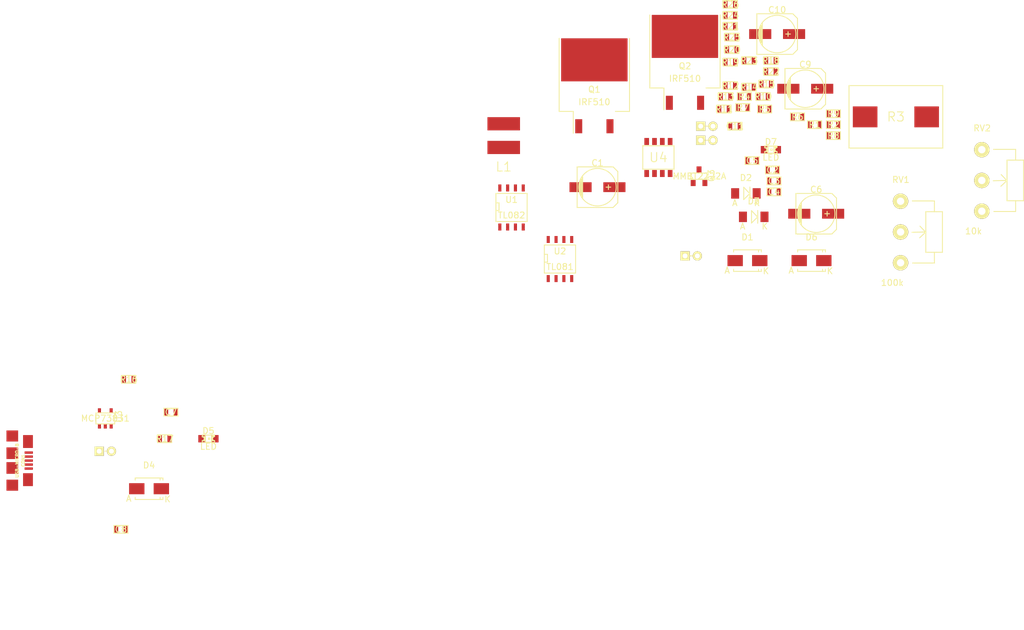
<source format=kicad_pcb>
(kicad_pcb (version 4) (host pcbnew 0.201502040101+5404~21~ubuntu14.04.1-product)

  (general
    (links 105)
    (no_connects 105)
    (area 0 0 0 0)
    (thickness 1.6)
    (drawings 11)
    (tracks 0)
    (zones 0)
    (modules 59)
    (nets 44)
  )

  (page A4)
  (layers
    (0 F.Cu signal)
    (31 B.Cu signal)
    (32 B.Adhes user)
    (33 F.Adhes user)
    (34 B.Paste user)
    (35 F.Paste user)
    (36 B.SilkS user hide)
    (37 F.SilkS user hide)
    (38 B.Mask user)
    (39 F.Mask user)
    (40 Dwgs.User user)
    (41 Cmts.User user)
    (42 Eco1.User user)
    (43 Eco2.User user)
    (44 Edge.Cuts user)
    (45 Margin user)
    (46 B.CrtYd user)
    (47 F.CrtYd user)
    (48 B.Fab user)
    (49 F.Fab user)
  )

  (setup
    (last_trace_width 0.254)
    (trace_clearance 0.254)
    (zone_clearance 0.508)
    (zone_45_only no)
    (trace_min 0.254)
    (segment_width 0.2)
    (edge_width 0.1)
    (via_size 0.889)
    (via_drill 0.635)
    (via_min_size 0.889)
    (via_min_drill 0.508)
    (uvia_size 0.508)
    (uvia_drill 0.127)
    (uvias_allowed no)
    (uvia_min_size 0.508)
    (uvia_min_drill 0.127)
    (pcb_text_width 0.3)
    (pcb_text_size 1.5 1.5)
    (mod_edge_width 0.15)
    (mod_text_size 1 1)
    (mod_text_width 0.15)
    (pad_size 1.5 1.5)
    (pad_drill 0.6)
    (pad_to_mask_clearance 0)
    (aux_axis_origin 0 0)
    (visible_elements FFFFE77F)
    (pcbplotparams
      (layerselection 0x00030_80000001)
      (usegerberextensions false)
      (excludeedgelayer true)
      (linewidth 0.050000)
      (plotframeref false)
      (viasonmask false)
      (mode 1)
      (useauxorigin false)
      (hpglpennumber 1)
      (hpglpenspeed 20)
      (hpglpendiameter 15)
      (hpglpenoverlay 2)
      (psnegative false)
      (psa4output false)
      (plotreference true)
      (plotvalue true)
      (plotinvisibletext false)
      (padsonsilk false)
      (subtractmaskfromsilk false)
      (outputformat 1)
      (mirror false)
      (drillshape 1)
      (scaleselection 1)
      (outputdirectory ""))
  )

  (net 0 "")
  (net 1 VCC)
  (net 2 GND)
  (net 3 "Net-(C2-Pad1)")
  (net 4 "Net-(C2-Pad2)")
  (net 5 "Net-(C3-Pad1)")
  (net 6 "Net-(C3-Pad2)")
  (net 7 "Net-(C5-Pad1)")
  (net 8 "Net-(C6-Pad1)")
  (net 9 "Net-(C7-Pad1)")
  (net 10 +BATT)
  (net 11 "Net-(C11-Pad1)")
  (net 12 "Net-(CON1-Pad9)")
  (net 13 "Net-(CON1-Pad8)")
  (net 14 "Net-(CON1-Pad7)")
  (net 15 "Net-(CON1-Pad6)")
  (net 16 "Net-(CON1-Pad1)")
  (net 17 "Net-(CON1-Pad2)")
  (net 18 "Net-(CON1-Pad4)")
  (net 19 "Net-(CON1-Pad3)")
  (net 20 "Net-(D1-Pad1)")
  (net 21 "Net-(D2-Pad2)")
  (net 22 "Net-(D5-Pad2)")
  (net 23 "Net-(D6-Pad1)")
  (net 24 "Net-(D7-Pad1)")
  (net 25 "Net-(D7-Pad2)")
  (net 26 "Net-(Q1-Pad2)")
  (net 27 "Net-(Q1-Pad3)")
  (net 28 "Net-(Q1-Pad1)")
  (net 29 "Net-(Q3-Pad2)")
  (net 30 "Net-(R2-Pad1)")
  (net 31 "Net-(R2-Pad2)")
  (net 32 "Net-(R4-Pad1)")
  (net 33 "Net-(R7-Pad2)")
  (net 34 "Net-(R11-Pad1)")
  (net 35 "Net-(R11-Pad2)")
  (net 36 "Net-(R14-Pad1)")
  (net 37 "Net-(R16-Pad1)")
  (net 38 "Net-(R17-Pad1)")
  (net 39 "Net-(R18-Pad2)")
  (net 40 "Net-(R19-Pad2)")
  (net 41 LB_IN)
  (net 42 LB_OUT)
  (net 43 "Net-(R24-Pad1)")

  (net_class Default "This is the default net class."
    (clearance 0.254)
    (trace_width 0.254)
    (via_dia 0.889)
    (via_drill 0.635)
    (uvia_dia 0.508)
    (uvia_drill 0.127)
    (add_net +BATT)
    (add_net GND)
    (add_net LB_IN)
    (add_net LB_OUT)
    (add_net "Net-(C11-Pad1)")
    (add_net "Net-(C2-Pad1)")
    (add_net "Net-(C2-Pad2)")
    (add_net "Net-(C3-Pad1)")
    (add_net "Net-(C3-Pad2)")
    (add_net "Net-(C5-Pad1)")
    (add_net "Net-(C6-Pad1)")
    (add_net "Net-(C7-Pad1)")
    (add_net "Net-(CON1-Pad1)")
    (add_net "Net-(CON1-Pad2)")
    (add_net "Net-(CON1-Pad3)")
    (add_net "Net-(CON1-Pad4)")
    (add_net "Net-(CON1-Pad6)")
    (add_net "Net-(CON1-Pad7)")
    (add_net "Net-(CON1-Pad8)")
    (add_net "Net-(CON1-Pad9)")
    (add_net "Net-(D1-Pad1)")
    (add_net "Net-(D2-Pad2)")
    (add_net "Net-(D5-Pad2)")
    (add_net "Net-(D6-Pad1)")
    (add_net "Net-(D7-Pad1)")
    (add_net "Net-(D7-Pad2)")
    (add_net "Net-(Q1-Pad1)")
    (add_net "Net-(Q1-Pad2)")
    (add_net "Net-(Q1-Pad3)")
    (add_net "Net-(Q3-Pad2)")
    (add_net "Net-(R11-Pad1)")
    (add_net "Net-(R11-Pad2)")
    (add_net "Net-(R14-Pad1)")
    (add_net "Net-(R16-Pad1)")
    (add_net "Net-(R17-Pad1)")
    (add_net "Net-(R18-Pad2)")
    (add_net "Net-(R19-Pad2)")
    (add_net "Net-(R2-Pad1)")
    (add_net "Net-(R2-Pad2)")
    (add_net "Net-(R24-Pad1)")
    (add_net "Net-(R4-Pad1)")
    (add_net "Net-(R7-Pad2)")
    (add_net VCC)
  )

  (module Capacitors_SMD:c_elec_6.3x7.7 (layer F.Cu) (tedit 54D366AD) (tstamp 54D370F7)
    (at 195.326 52.578)
    (descr "SMT capacitor, aluminium electrolytic, 6.3x7.7")
    (path /54D2FE33)
    (fp_text reference C1 (at 0 -3.937) (layer F.SilkS)
      (effects (font (size 1 1) (thickness 0.15)))
    )
    (fp_text value 220u (at 0 3.81) (layer F.SilkS) hide
      (effects (font (size 1 1) (thickness 0.15)))
    )
    (fp_line (start -2.921 -0.762) (end -2.921 0.762) (layer F.SilkS) (width 0.15))
    (fp_line (start -2.794 1.143) (end -2.794 -1.143) (layer F.SilkS) (width 0.15))
    (fp_line (start -2.667 -1.397) (end -2.667 1.397) (layer F.SilkS) (width 0.15))
    (fp_line (start -2.54 1.651) (end -2.54 -1.651) (layer F.SilkS) (width 0.15))
    (fp_line (start -2.413 -1.778) (end -2.413 1.778) (layer F.SilkS) (width 0.15))
    (fp_circle (center 0 0) (end -3.048 0) (layer F.SilkS) (width 0.15))
    (fp_line (start -3.302 -3.302) (end -3.302 3.302) (layer F.SilkS) (width 0.15))
    (fp_line (start -3.302 3.302) (end 2.54 3.302) (layer F.SilkS) (width 0.15))
    (fp_line (start 2.54 3.302) (end 3.302 2.54) (layer F.SilkS) (width 0.15))
    (fp_line (start 3.302 2.54) (end 3.302 -2.54) (layer F.SilkS) (width 0.15))
    (fp_line (start 3.302 -2.54) (end 2.54 -3.302) (layer F.SilkS) (width 0.15))
    (fp_line (start 2.54 -3.302) (end -3.302 -3.302) (layer F.SilkS) (width 0.15))
    (fp_line (start 2.159 0) (end 1.397 0) (layer F.SilkS) (width 0.15))
    (fp_line (start 1.778 -0.381) (end 1.778 0.381) (layer F.SilkS) (width 0.15))
    (pad 1 smd rect (at 2.75082 0) (size 3.59918 1.6002) (layers F.Cu F.Paste F.Mask)
      (net 1 VCC))
    (pad 2 smd rect (at -2.75082 0) (size 3.59918 1.6002) (layers F.Cu F.Paste F.Mask)
      (net 2 GND))
    (model Capacitors_SMD/c_elec_6.3x7.7.wrl
      (at (xyz 0 0 0))
      (scale (xyz 1 1 1))
      (rotate (xyz 0 0 0))
    )
  )

  (module SMD_Packages:SMD-0603 (layer F.Cu) (tedit 54D366AD) (tstamp 54D374C1)
    (at 223.774 49.784)
    (path /54CFE04F)
    (attr smd)
    (fp_text reference C2 (at 0 0) (layer F.SilkS)
      (effects (font (size 1 1) (thickness 0.15)))
    )
    (fp_text value 10p (at 0 0) (layer F.SilkS) hide
      (effects (font (size 1 1) (thickness 0.15)))
    )
    (fp_line (start -1.143 -0.635) (end 1.143 -0.635) (layer F.SilkS) (width 0.15))
    (fp_line (start 1.143 -0.635) (end 1.143 0.635) (layer F.SilkS) (width 0.15))
    (fp_line (start 1.143 0.635) (end -1.143 0.635) (layer F.SilkS) (width 0.15))
    (fp_line (start -1.143 0.635) (end -1.143 -0.635) (layer F.SilkS) (width 0.15))
    (pad 1 smd rect (at -0.762 0) (size 0.635 1.143) (layers F.Cu F.Paste F.Mask)
      (net 3 "Net-(C2-Pad1)"))
    (pad 2 smd rect (at 0.762 0) (size 0.635 1.143) (layers F.Cu F.Paste F.Mask)
      (net 4 "Net-(C2-Pad2)"))
    (model SMD_Packages/SMD-0603.wrl
      (at (xyz 0 0 0.001))
      (scale (xyz 0.5 0.5 0.5))
      (rotate (xyz 0 0 0))
    )
  )

  (module SMD_Packages:SMD-0603 (layer F.Cu) (tedit 54D366AD) (tstamp 54D3710B)
    (at 224.028 51.562)
    (path /54CFDC8E)
    (attr smd)
    (fp_text reference C3 (at 0 0) (layer F.SilkS)
      (effects (font (size 1 1) (thickness 0.15)))
    )
    (fp_text value 1u (at 0 0) (layer F.SilkS) hide
      (effects (font (size 1 1) (thickness 0.15)))
    )
    (fp_line (start -1.143 -0.635) (end 1.143 -0.635) (layer F.SilkS) (width 0.15))
    (fp_line (start 1.143 -0.635) (end 1.143 0.635) (layer F.SilkS) (width 0.15))
    (fp_line (start 1.143 0.635) (end -1.143 0.635) (layer F.SilkS) (width 0.15))
    (fp_line (start -1.143 0.635) (end -1.143 -0.635) (layer F.SilkS) (width 0.15))
    (pad 1 smd rect (at -0.762 0) (size 0.635 1.143) (layers F.Cu F.Paste F.Mask)
      (net 5 "Net-(C3-Pad1)"))
    (pad 2 smd rect (at 0.762 0) (size 0.635 1.143) (layers F.Cu F.Paste F.Mask)
      (net 6 "Net-(C3-Pad2)"))
    (model SMD_Packages/SMD-0603.wrl
      (at (xyz 0 0 0.001))
      (scale (xyz 0.5 0.5 0.5))
      (rotate (xyz 0 0 0))
    )
  )

  (module SMD_Packages:SMD-0603 (layer F.Cu) (tedit 54D366AD) (tstamp 54D37115)
    (at 224.028 53.34)
    (path /54CFE0F8)
    (attr smd)
    (fp_text reference C4 (at 0 0) (layer F.SilkS)
      (effects (font (size 1 1) (thickness 0.15)))
    )
    (fp_text value 10u (at 0 0) (layer F.SilkS) hide
      (effects (font (size 1 1) (thickness 0.15)))
    )
    (fp_line (start -1.143 -0.635) (end 1.143 -0.635) (layer F.SilkS) (width 0.15))
    (fp_line (start 1.143 -0.635) (end 1.143 0.635) (layer F.SilkS) (width 0.15))
    (fp_line (start 1.143 0.635) (end -1.143 0.635) (layer F.SilkS) (width 0.15))
    (fp_line (start -1.143 0.635) (end -1.143 -0.635) (layer F.SilkS) (width 0.15))
    (pad 1 smd rect (at -0.762 0) (size 0.635 1.143) (layers F.Cu F.Paste F.Mask)
      (net 3 "Net-(C2-Pad1)"))
    (pad 2 smd rect (at 0.762 0) (size 0.635 1.143) (layers F.Cu F.Paste F.Mask)
      (net 2 GND))
    (model SMD_Packages/SMD-0603.wrl
      (at (xyz 0 0 0.001))
      (scale (xyz 0.5 0.5 0.5))
      (rotate (xyz 0 0 0))
    )
  )

  (module SMD_Packages:SMD-0603 (layer F.Cu) (tedit 54D366AD) (tstamp 54D3711F)
    (at 220.472 48.26)
    (path /54CFEBCC)
    (attr smd)
    (fp_text reference C5 (at 0 0) (layer F.SilkS)
      (effects (font (size 1 1) (thickness 0.15)))
    )
    (fp_text value 680p (at 0 0) (layer F.SilkS) hide
      (effects (font (size 1 1) (thickness 0.15)))
    )
    (fp_line (start -1.143 -0.635) (end 1.143 -0.635) (layer F.SilkS) (width 0.15))
    (fp_line (start 1.143 -0.635) (end 1.143 0.635) (layer F.SilkS) (width 0.15))
    (fp_line (start 1.143 0.635) (end -1.143 0.635) (layer F.SilkS) (width 0.15))
    (fp_line (start -1.143 0.635) (end -1.143 -0.635) (layer F.SilkS) (width 0.15))
    (pad 1 smd rect (at -0.762 0) (size 0.635 1.143) (layers F.Cu F.Paste F.Mask)
      (net 7 "Net-(C5-Pad1)"))
    (pad 2 smd rect (at 0.762 0) (size 0.635 1.143) (layers F.Cu F.Paste F.Mask)
      (net 2 GND))
    (model SMD_Packages/SMD-0603.wrl
      (at (xyz 0 0 0.001))
      (scale (xyz 0.5 0.5 0.5))
      (rotate (xyz 0 0 0))
    )
  )

  (module Capacitors_SMD:c_elec_6.3x7.7 (layer F.Cu) (tedit 54D366AD) (tstamp 54D37133)
    (at 230.886 56.896)
    (descr "SMT capacitor, aluminium electrolytic, 6.3x7.7")
    (path /54CFF96A)
    (fp_text reference C6 (at 0 -3.937) (layer F.SilkS)
      (effects (font (size 1 1) (thickness 0.15)))
    )
    (fp_text value 47u (at 0 3.81) (layer F.SilkS) hide
      (effects (font (size 1 1) (thickness 0.15)))
    )
    (fp_line (start -2.921 -0.762) (end -2.921 0.762) (layer F.SilkS) (width 0.15))
    (fp_line (start -2.794 1.143) (end -2.794 -1.143) (layer F.SilkS) (width 0.15))
    (fp_line (start -2.667 -1.397) (end -2.667 1.397) (layer F.SilkS) (width 0.15))
    (fp_line (start -2.54 1.651) (end -2.54 -1.651) (layer F.SilkS) (width 0.15))
    (fp_line (start -2.413 -1.778) (end -2.413 1.778) (layer F.SilkS) (width 0.15))
    (fp_circle (center 0 0) (end -3.048 0) (layer F.SilkS) (width 0.15))
    (fp_line (start -3.302 -3.302) (end -3.302 3.302) (layer F.SilkS) (width 0.15))
    (fp_line (start -3.302 3.302) (end 2.54 3.302) (layer F.SilkS) (width 0.15))
    (fp_line (start 2.54 3.302) (end 3.302 2.54) (layer F.SilkS) (width 0.15))
    (fp_line (start 3.302 2.54) (end 3.302 -2.54) (layer F.SilkS) (width 0.15))
    (fp_line (start 3.302 -2.54) (end 2.54 -3.302) (layer F.SilkS) (width 0.15))
    (fp_line (start 2.54 -3.302) (end -3.302 -3.302) (layer F.SilkS) (width 0.15))
    (fp_line (start 2.159 0) (end 1.397 0) (layer F.SilkS) (width 0.15))
    (fp_line (start 1.778 -0.381) (end 1.778 0.381) (layer F.SilkS) (width 0.15))
    (pad 1 smd rect (at 2.75082 0) (size 3.59918 1.6002) (layers F.Cu F.Paste F.Mask)
      (net 8 "Net-(C6-Pad1)"))
    (pad 2 smd rect (at -2.75082 0) (size 3.59918 1.6002) (layers F.Cu F.Paste F.Mask)
      (net 2 GND))
    (model Capacitors_SMD/c_elec_6.3x7.7.wrl
      (at (xyz 0 0 0))
      (scale (xyz 1 1 1))
      (rotate (xyz 0 0 0))
    )
  )

  (module SMD_Packages:SMD-0603 (layer F.Cu) (tedit 54D366AD) (tstamp 54D3777A)
    (at 125.984 89.154)
    (path /54D134FA/54D137DA)
    (attr smd)
    (fp_text reference C7 (at 0 0) (layer F.SilkS)
      (effects (font (size 1 1) (thickness 0.15)))
    )
    (fp_text value 4.7u (at 0 0) (layer F.SilkS) hide
      (effects (font (size 1 1) (thickness 0.15)))
    )
    (fp_line (start -1.143 -0.635) (end 1.143 -0.635) (layer F.SilkS) (width 0.15))
    (fp_line (start 1.143 -0.635) (end 1.143 0.635) (layer F.SilkS) (width 0.15))
    (fp_line (start 1.143 0.635) (end -1.143 0.635) (layer F.SilkS) (width 0.15))
    (fp_line (start -1.143 0.635) (end -1.143 -0.635) (layer F.SilkS) (width 0.15))
    (pad 1 smd rect (at -0.762 0) (size 0.635 1.143) (layers F.Cu F.Paste F.Mask)
      (net 9 "Net-(C7-Pad1)"))
    (pad 2 smd rect (at 0.762 0) (size 0.635 1.143) (layers F.Cu F.Paste F.Mask)
      (net 2 GND))
    (model SMD_Packages/SMD-0603.wrl
      (at (xyz 0 0 0.001))
      (scale (xyz 0.5 0.5 0.5))
      (rotate (xyz 0 0 0))
    )
  )

  (module SMD_Packages:SMD-0603 (layer F.Cu) (tedit 54D366AD) (tstamp 54D37147)
    (at 117.856 108.204)
    (path /54D134FA/54D1432E)
    (attr smd)
    (fp_text reference C8 (at 0 0) (layer F.SilkS)
      (effects (font (size 1 1) (thickness 0.15)))
    )
    (fp_text value 4.7u (at 0 0) (layer F.SilkS) hide
      (effects (font (size 1 1) (thickness 0.15)))
    )
    (fp_line (start -1.143 -0.635) (end 1.143 -0.635) (layer F.SilkS) (width 0.15))
    (fp_line (start 1.143 -0.635) (end 1.143 0.635) (layer F.SilkS) (width 0.15))
    (fp_line (start 1.143 0.635) (end -1.143 0.635) (layer F.SilkS) (width 0.15))
    (fp_line (start -1.143 0.635) (end -1.143 -0.635) (layer F.SilkS) (width 0.15))
    (pad 1 smd rect (at -0.762 0) (size 0.635 1.143) (layers F.Cu F.Paste F.Mask)
      (net 10 +BATT))
    (pad 2 smd rect (at 0.762 0) (size 0.635 1.143) (layers F.Cu F.Paste F.Mask)
      (net 2 GND))
    (model SMD_Packages/SMD-0603.wrl
      (at (xyz 0 0 0.001))
      (scale (xyz 0.5 0.5 0.5))
      (rotate (xyz 0 0 0))
    )
  )

  (module Capacitors_SMD:c_elec_6.3x7.7 (layer F.Cu) (tedit 54D366AD) (tstamp 54D3715B)
    (at 229.108 36.576)
    (descr "SMT capacitor, aluminium electrolytic, 6.3x7.7")
    (path /54D1590C/54D22F0F)
    (fp_text reference C9 (at 0 -3.937) (layer F.SilkS)
      (effects (font (size 1 1) (thickness 0.15)))
    )
    (fp_text value 47u (at 0 3.81) (layer F.SilkS) hide
      (effects (font (size 1 1) (thickness 0.15)))
    )
    (fp_line (start -2.921 -0.762) (end -2.921 0.762) (layer F.SilkS) (width 0.15))
    (fp_line (start -2.794 1.143) (end -2.794 -1.143) (layer F.SilkS) (width 0.15))
    (fp_line (start -2.667 -1.397) (end -2.667 1.397) (layer F.SilkS) (width 0.15))
    (fp_line (start -2.54 1.651) (end -2.54 -1.651) (layer F.SilkS) (width 0.15))
    (fp_line (start -2.413 -1.778) (end -2.413 1.778) (layer F.SilkS) (width 0.15))
    (fp_circle (center 0 0) (end -3.048 0) (layer F.SilkS) (width 0.15))
    (fp_line (start -3.302 -3.302) (end -3.302 3.302) (layer F.SilkS) (width 0.15))
    (fp_line (start -3.302 3.302) (end 2.54 3.302) (layer F.SilkS) (width 0.15))
    (fp_line (start 2.54 3.302) (end 3.302 2.54) (layer F.SilkS) (width 0.15))
    (fp_line (start 3.302 2.54) (end 3.302 -2.54) (layer F.SilkS) (width 0.15))
    (fp_line (start 3.302 -2.54) (end 2.54 -3.302) (layer F.SilkS) (width 0.15))
    (fp_line (start 2.54 -3.302) (end -3.302 -3.302) (layer F.SilkS) (width 0.15))
    (fp_line (start 2.159 0) (end 1.397 0) (layer F.SilkS) (width 0.15))
    (fp_line (start 1.778 -0.381) (end 1.778 0.381) (layer F.SilkS) (width 0.15))
    (pad 1 smd rect (at 2.75082 0) (size 3.59918 1.6002) (layers F.Cu F.Paste F.Mask)
      (net 10 +BATT))
    (pad 2 smd rect (at -2.75082 0) (size 3.59918 1.6002) (layers F.Cu F.Paste F.Mask)
      (net 2 GND))
    (model Capacitors_SMD/c_elec_6.3x7.7.wrl
      (at (xyz 0 0 0))
      (scale (xyz 1 1 1))
      (rotate (xyz 0 0 0))
    )
  )

  (module Capacitors_SMD:c_elec_6.3x7.7 (layer F.Cu) (tedit 54D366AD) (tstamp 54D3716F)
    (at 224.536 27.686)
    (descr "SMT capacitor, aluminium electrolytic, 6.3x7.7")
    (path /54D1590C/54D234BC)
    (fp_text reference C10 (at 0 -3.937) (layer F.SilkS)
      (effects (font (size 1 1) (thickness 0.15)))
    )
    (fp_text value 47u (at 0 3.81) (layer F.SilkS) hide
      (effects (font (size 1 1) (thickness 0.15)))
    )
    (fp_line (start -2.921 -0.762) (end -2.921 0.762) (layer F.SilkS) (width 0.15))
    (fp_line (start -2.794 1.143) (end -2.794 -1.143) (layer F.SilkS) (width 0.15))
    (fp_line (start -2.667 -1.397) (end -2.667 1.397) (layer F.SilkS) (width 0.15))
    (fp_line (start -2.54 1.651) (end -2.54 -1.651) (layer F.SilkS) (width 0.15))
    (fp_line (start -2.413 -1.778) (end -2.413 1.778) (layer F.SilkS) (width 0.15))
    (fp_circle (center 0 0) (end -3.048 0) (layer F.SilkS) (width 0.15))
    (fp_line (start -3.302 -3.302) (end -3.302 3.302) (layer F.SilkS) (width 0.15))
    (fp_line (start -3.302 3.302) (end 2.54 3.302) (layer F.SilkS) (width 0.15))
    (fp_line (start 2.54 3.302) (end 3.302 2.54) (layer F.SilkS) (width 0.15))
    (fp_line (start 3.302 2.54) (end 3.302 -2.54) (layer F.SilkS) (width 0.15))
    (fp_line (start 3.302 -2.54) (end 2.54 -3.302) (layer F.SilkS) (width 0.15))
    (fp_line (start 2.54 -3.302) (end -3.302 -3.302) (layer F.SilkS) (width 0.15))
    (fp_line (start 2.159 0) (end 1.397 0) (layer F.SilkS) (width 0.15))
    (fp_line (start 1.778 -0.381) (end 1.778 0.381) (layer F.SilkS) (width 0.15))
    (pad 1 smd rect (at 2.75082 0) (size 3.59918 1.6002) (layers F.Cu F.Paste F.Mask)
      (net 1 VCC))
    (pad 2 smd rect (at -2.75082 0) (size 3.59918 1.6002) (layers F.Cu F.Paste F.Mask)
      (net 2 GND))
    (model Capacitors_SMD/c_elec_6.3x7.7.wrl
      (at (xyz 0 0 0))
      (scale (xyz 1 1 1))
      (rotate (xyz 0 0 0))
    )
  )

  (module SMD_Packages:SMD-0603 (layer F.Cu) (tedit 54D366AD) (tstamp 54D37179)
    (at 217.678 42.672)
    (path /54D1590C/54D20F86)
    (attr smd)
    (fp_text reference C11 (at 0 0) (layer F.SilkS)
      (effects (font (size 1 1) (thickness 0.15)))
    )
    (fp_text value 330p (at 0 0) (layer F.SilkS) hide
      (effects (font (size 1 1) (thickness 0.15)))
    )
    (fp_line (start -1.143 -0.635) (end 1.143 -0.635) (layer F.SilkS) (width 0.15))
    (fp_line (start 1.143 -0.635) (end 1.143 0.635) (layer F.SilkS) (width 0.15))
    (fp_line (start 1.143 0.635) (end -1.143 0.635) (layer F.SilkS) (width 0.15))
    (fp_line (start -1.143 0.635) (end -1.143 -0.635) (layer F.SilkS) (width 0.15))
    (pad 1 smd rect (at -0.762 0) (size 0.635 1.143) (layers F.Cu F.Paste F.Mask)
      (net 11 "Net-(C11-Pad1)"))
    (pad 2 smd rect (at 0.762 0) (size 0.635 1.143) (layers F.Cu F.Paste F.Mask)
      (net 2 GND))
    (model SMD_Packages/SMD-0603.wrl
      (at (xyz 0 0 0.001))
      (scale (xyz 0.5 0.5 0.5))
      (rotate (xyz 0 0 0))
    )
  )

  (module _connectors:_Micro-USB-AB-receptacle-SMT (layer F.Cu) (tedit 52FF9FCA) (tstamp 54D37188)
    (at 102.87 97.028 270)
    (path /54D134FA/54D13545)
    (fp_text reference CON1 (at 0 0.9 270) (layer F.SilkS)
      (effects (font (size 0.5 0.5) (thickness 0.125)))
    )
    (fp_text value USB-MICRO-B (at 0 1.9 270) (layer F.SilkS)
      (effects (font (size 0.5 0.5) (thickness 0.125)))
    )
    (pad 9 smd rect (at 1.2 2.675 270) (size 1.9 1.9) (layers F.Cu F.Paste F.Mask)
      (net 12 "Net-(CON1-Pad9)"))
    (pad 8 smd rect (at -1.2 2.675 270) (size 1.9 1.9) (layers F.Cu F.Paste F.Mask)
      (net 13 "Net-(CON1-Pad8)"))
    (pad 10 smd rect (at 4 2.675 270) (size 1.8 1.9) (layers F.Cu F.Paste F.Mask))
    (pad 7 smd rect (at -4 2.675 270) (size 1.8 1.9) (layers F.Cu F.Paste F.Mask)
      (net 14 "Net-(CON1-Pad7)"))
    (pad 6 smd rect (at -3.1 0.125 270) (size 2.1 1.6) (layers F.Cu F.Paste F.Mask)
      (net 15 "Net-(CON1-Pad6)"))
    (pad 11 smd rect (at 3.1 0.125 270) (size 2.1 1.6) (layers F.Cu F.Paste F.Mask))
    (pad 1 smd rect (at -1.3 0 270) (size 0.4 1.35) (layers F.Cu F.Paste F.Mask)
      (net 16 "Net-(CON1-Pad1)"))
    (pad 2 smd rect (at -0.65 0 270) (size 0.4 1.35) (layers F.Cu F.Paste F.Mask)
      (net 17 "Net-(CON1-Pad2)"))
    (pad 5 smd rect (at 1.3 0 270) (size 0.4 1.35) (layers F.Cu F.Paste F.Mask)
      (net 2 GND))
    (pad 4 smd rect (at 0.65 0 270) (size 0.4 1.35) (layers F.Cu F.Paste F.Mask)
      (net 18 "Net-(CON1-Pad4)"))
    (pad 3 smd rect (at 0 0 270) (size 0.4 1.35) (layers F.Cu F.Paste F.Mask)
      (net 19 "Net-(CON1-Pad3)"))
  )

  (module Diodes_SMD:Diode-SMA_Standard (layer F.Cu) (tedit 5403E41A) (tstamp 54D37199)
    (at 219.71 64.516)
    (descr "Diode SMA")
    (tags "Diode SMA")
    (path /54D00111)
    (attr smd)
    (fp_text reference D1 (at 0 -3.81) (layer F.SilkS)
      (effects (font (size 1 1) (thickness 0.15)))
    )
    (fp_text value S1J-13-F (at 0 3.81) (layer F.SilkS) hide
      (effects (font (size 1 1) (thickness 0.15)))
    )
    (fp_text user A (at -3.29946 1.6002) (layer F.SilkS)
      (effects (font (size 1 1) (thickness 0.15)))
    )
    (fp_text user K (at 2.99974 1.69926) (layer F.SilkS)
      (effects (font (size 1 1) (thickness 0.15)))
    )
    (fp_circle (center 0 0) (end 0.20066 -0.0508) (layer F.Adhes) (width 0.381))
    (fp_line (start 1.80086 1.75006) (end 1.80086 1.39954) (layer F.SilkS) (width 0.15))
    (fp_line (start 1.80086 -1.75006) (end 1.80086 -1.39954) (layer F.SilkS) (width 0.15))
    (fp_line (start 2.25044 1.75006) (end 2.25044 1.39954) (layer F.SilkS) (width 0.15))
    (fp_line (start -2.25044 1.75006) (end -2.25044 1.39954) (layer F.SilkS) (width 0.15))
    (fp_line (start -2.25044 -1.75006) (end -2.25044 -1.39954) (layer F.SilkS) (width 0.15))
    (fp_line (start 2.25044 -1.75006) (end 2.25044 -1.39954) (layer F.SilkS) (width 0.15))
    (fp_line (start -2.25044 1.75006) (end 2.25044 1.75006) (layer F.SilkS) (width 0.15))
    (fp_line (start -2.25044 -1.75006) (end 2.25044 -1.75006) (layer F.SilkS) (width 0.15))
    (pad 1 smd rect (at -1.99898 0) (size 2.49936 1.80086) (layers F.Cu F.Paste F.Mask)
      (net 20 "Net-(D1-Pad1)"))
    (pad 2 smd rect (at 1.99898 0) (size 2.49936 1.80086) (layers F.Cu F.Paste F.Mask)
      (net 1 VCC))
    (model Diodes_SMD/Diode-SMA_Standard.wrl
      (at (xyz 0 0 0))
      (scale (xyz 0.3937 0.3937 0.3937))
      (rotate (xyz 0 0 0))
    )
  )

  (module Diodes_SMD:Diode-MiniMELF_Standard (layer F.Cu) (tedit 54D366AD) (tstamp 54D371A7)
    (at 219.456 53.594)
    (descr "Diode Mini-MELF Standard")
    (tags "Diode Mini-MELF Standard")
    (path /54CFDF6A)
    (attr smd)
    (fp_text reference D2 (at 0 -2.54) (layer F.SilkS)
      (effects (font (size 1 1) (thickness 0.15)))
    )
    (fp_text value 1N4148W (at 0 3.81) (layer F.SilkS) hide
      (effects (font (size 1 1) (thickness 0.15)))
    )
    (fp_line (start 0.65024 0.0508) (end -0.35052 -1.00076) (layer F.SilkS) (width 0.15))
    (fp_line (start -0.35052 -1.00076) (end -0.35052 1.00076) (layer F.SilkS) (width 0.15))
    (fp_line (start -0.35052 1.00076) (end 0.65024 0) (layer F.SilkS) (width 0.15))
    (fp_line (start 0.65024 -1.04902) (end 0.65024 1.04902) (layer F.SilkS) (width 0.15))
    (fp_text user A (at -1.80086 1.5494) (layer F.SilkS)
      (effects (font (size 1 1) (thickness 0.15)))
    )
    (fp_text user K (at 1.80086 1.5494) (layer F.SilkS)
      (effects (font (size 1 1) (thickness 0.15)))
    )
    (fp_circle (center 0 0) (end 0 0.55118) (layer F.Adhes) (width 0.381))
    (fp_circle (center 0 0) (end 0 0.20066) (layer F.Adhes) (width 0.381))
    (pad 1 smd rect (at -1.75006 0) (size 1.30048 1.69926) (layers F.Cu F.Paste F.Mask)
      (net 4 "Net-(C2-Pad2)"))
    (pad 2 smd rect (at 1.75006 0) (size 1.30048 1.69926) (layers F.Cu F.Paste F.Mask)
      (net 21 "Net-(D2-Pad2)"))
    (model Diodes_SMD/Diode-MiniMELF_Standard.wrl
      (at (xyz 0 0 0))
      (scale (xyz 0.3937 0.3937 0.3937))
      (rotate (xyz 0 0 0))
    )
  )

  (module Diodes_SMD:Diode-MiniMELF_Standard (layer F.Cu) (tedit 54D366AD) (tstamp 54D371B5)
    (at 220.726 57.404)
    (descr "Diode Mini-MELF Standard")
    (tags "Diode Mini-MELF Standard")
    (path /54CFE0AA)
    (attr smd)
    (fp_text reference D3 (at 0 -2.54) (layer F.SilkS)
      (effects (font (size 1 1) (thickness 0.15)))
    )
    (fp_text value 1N4148W (at 0 3.81) (layer F.SilkS) hide
      (effects (font (size 1 1) (thickness 0.15)))
    )
    (fp_line (start 0.65024 0.0508) (end -0.35052 -1.00076) (layer F.SilkS) (width 0.15))
    (fp_line (start -0.35052 -1.00076) (end -0.35052 1.00076) (layer F.SilkS) (width 0.15))
    (fp_line (start -0.35052 1.00076) (end 0.65024 0) (layer F.SilkS) (width 0.15))
    (fp_line (start 0.65024 -1.04902) (end 0.65024 1.04902) (layer F.SilkS) (width 0.15))
    (fp_text user A (at -1.80086 1.5494) (layer F.SilkS)
      (effects (font (size 1 1) (thickness 0.15)))
    )
    (fp_text user K (at 1.80086 1.5494) (layer F.SilkS)
      (effects (font (size 1 1) (thickness 0.15)))
    )
    (fp_circle (center 0 0) (end 0 0.55118) (layer F.Adhes) (width 0.381))
    (fp_circle (center 0 0) (end 0 0.20066) (layer F.Adhes) (width 0.381))
    (pad 1 smd rect (at -1.75006 0) (size 1.30048 1.69926) (layers F.Cu F.Paste F.Mask)
      (net 21 "Net-(D2-Pad2)"))
    (pad 2 smd rect (at 1.75006 0) (size 1.30048 1.69926) (layers F.Cu F.Paste F.Mask)
      (net 3 "Net-(C2-Pad1)"))
    (model Diodes_SMD/Diode-MiniMELF_Standard.wrl
      (at (xyz 0 0 0))
      (scale (xyz 0.3937 0.3937 0.3937))
      (rotate (xyz 0 0 0))
    )
  )

  (module Diodes_SMD:Diode-SMA_Standard (layer F.Cu) (tedit 5403E41A) (tstamp 54D371C6)
    (at 122.428 101.6)
    (descr "Diode SMA")
    (tags "Diode SMA")
    (path /54D134FA/54D135EC)
    (attr smd)
    (fp_text reference D4 (at 0 -3.81) (layer F.SilkS)
      (effects (font (size 1 1) (thickness 0.15)))
    )
    (fp_text value MBRA140 (at 0 3.81) (layer F.SilkS) hide
      (effects (font (size 1 1) (thickness 0.15)))
    )
    (fp_text user A (at -3.29946 1.6002) (layer F.SilkS)
      (effects (font (size 1 1) (thickness 0.15)))
    )
    (fp_text user K (at 2.99974 1.69926) (layer F.SilkS)
      (effects (font (size 1 1) (thickness 0.15)))
    )
    (fp_circle (center 0 0) (end 0.20066 -0.0508) (layer F.Adhes) (width 0.381))
    (fp_line (start 1.80086 1.75006) (end 1.80086 1.39954) (layer F.SilkS) (width 0.15))
    (fp_line (start 1.80086 -1.75006) (end 1.80086 -1.39954) (layer F.SilkS) (width 0.15))
    (fp_line (start 2.25044 1.75006) (end 2.25044 1.39954) (layer F.SilkS) (width 0.15))
    (fp_line (start -2.25044 1.75006) (end -2.25044 1.39954) (layer F.SilkS) (width 0.15))
    (fp_line (start -2.25044 -1.75006) (end -2.25044 -1.39954) (layer F.SilkS) (width 0.15))
    (fp_line (start 2.25044 -1.75006) (end 2.25044 -1.39954) (layer F.SilkS) (width 0.15))
    (fp_line (start -2.25044 1.75006) (end 2.25044 1.75006) (layer F.SilkS) (width 0.15))
    (fp_line (start -2.25044 -1.75006) (end 2.25044 -1.75006) (layer F.SilkS) (width 0.15))
    (pad 1 smd rect (at -1.99898 0) (size 2.49936 1.80086) (layers F.Cu F.Paste F.Mask)
      (net 16 "Net-(CON1-Pad1)"))
    (pad 2 smd rect (at 1.99898 0) (size 2.49936 1.80086) (layers F.Cu F.Paste F.Mask)
      (net 9 "Net-(C7-Pad1)"))
    (model Diodes_SMD/Diode-SMA_Standard.wrl
      (at (xyz 0 0 0))
      (scale (xyz 0.3937 0.3937 0.3937))
      (rotate (xyz 0 0 0))
    )
  )

  (module LEDs:LED-0805 (layer F.Cu) (tedit 54D366AD) (tstamp 54D37201)
    (at 132.08 93.472)
    (descr "LED 0805 smd package")
    (tags "LED 0805 SMD")
    (path /54D134FA/54D13848)
    (attr smd)
    (fp_text reference D5 (at 0 -1.27) (layer F.SilkS)
      (effects (font (size 1 1) (thickness 0.15)))
    )
    (fp_text value LED (at 0 1.27) (layer F.SilkS)
      (effects (font (size 1 1) (thickness 0.15)))
    )
    (fp_line (start 0.49784 0.29972) (end 0.49784 0.62484) (layer F.SilkS) (width 0.15))
    (fp_line (start 0.49784 0.62484) (end 0.99822 0.62484) (layer F.SilkS) (width 0.15))
    (fp_line (start 0.99822 0.29972) (end 0.99822 0.62484) (layer F.SilkS) (width 0.15))
    (fp_line (start 0.49784 0.29972) (end 0.99822 0.29972) (layer F.SilkS) (width 0.15))
    (fp_line (start 0.49784 -0.32258) (end 0.49784 -0.17272) (layer F.SilkS) (width 0.15))
    (fp_line (start 0.49784 -0.17272) (end 0.7493 -0.17272) (layer F.SilkS) (width 0.15))
    (fp_line (start 0.7493 -0.32258) (end 0.7493 -0.17272) (layer F.SilkS) (width 0.15))
    (fp_line (start 0.49784 -0.32258) (end 0.7493 -0.32258) (layer F.SilkS) (width 0.15))
    (fp_line (start 0.49784 0.17272) (end 0.49784 0.32258) (layer F.SilkS) (width 0.15))
    (fp_line (start 0.49784 0.32258) (end 0.7493 0.32258) (layer F.SilkS) (width 0.15))
    (fp_line (start 0.7493 0.17272) (end 0.7493 0.32258) (layer F.SilkS) (width 0.15))
    (fp_line (start 0.49784 0.17272) (end 0.7493 0.17272) (layer F.SilkS) (width 0.15))
    (fp_line (start 0.49784 -0.19812) (end 0.49784 0.19812) (layer F.SilkS) (width 0.15))
    (fp_line (start 0.49784 0.19812) (end 0.6731 0.19812) (layer F.SilkS) (width 0.15))
    (fp_line (start 0.6731 -0.19812) (end 0.6731 0.19812) (layer F.SilkS) (width 0.15))
    (fp_line (start 0.49784 -0.19812) (end 0.6731 -0.19812) (layer F.SilkS) (width 0.15))
    (fp_line (start -0.99822 0.29972) (end -0.99822 0.62484) (layer F.SilkS) (width 0.15))
    (fp_line (start -0.99822 0.62484) (end -0.49784 0.62484) (layer F.SilkS) (width 0.15))
    (fp_line (start -0.49784 0.29972) (end -0.49784 0.62484) (layer F.SilkS) (width 0.15))
    (fp_line (start -0.99822 0.29972) (end -0.49784 0.29972) (layer F.SilkS) (width 0.15))
    (fp_line (start -0.99822 -0.62484) (end -0.99822 -0.29972) (layer F.SilkS) (width 0.15))
    (fp_line (start -0.99822 -0.29972) (end -0.49784 -0.29972) (layer F.SilkS) (width 0.15))
    (fp_line (start -0.49784 -0.62484) (end -0.49784 -0.29972) (layer F.SilkS) (width 0.15))
    (fp_line (start -0.99822 -0.62484) (end -0.49784 -0.62484) (layer F.SilkS) (width 0.15))
    (fp_line (start -0.7493 0.17272) (end -0.7493 0.32258) (layer F.SilkS) (width 0.15))
    (fp_line (start -0.7493 0.32258) (end -0.49784 0.32258) (layer F.SilkS) (width 0.15))
    (fp_line (start -0.49784 0.17272) (end -0.49784 0.32258) (layer F.SilkS) (width 0.15))
    (fp_line (start -0.7493 0.17272) (end -0.49784 0.17272) (layer F.SilkS) (width 0.15))
    (fp_line (start -0.7493 -0.32258) (end -0.7493 -0.17272) (layer F.SilkS) (width 0.15))
    (fp_line (start -0.7493 -0.17272) (end -0.49784 -0.17272) (layer F.SilkS) (width 0.15))
    (fp_line (start -0.49784 -0.32258) (end -0.49784 -0.17272) (layer F.SilkS) (width 0.15))
    (fp_line (start -0.7493 -0.32258) (end -0.49784 -0.32258) (layer F.SilkS) (width 0.15))
    (fp_line (start -0.6731 -0.19812) (end -0.6731 0.19812) (layer F.SilkS) (width 0.15))
    (fp_line (start -0.6731 0.19812) (end -0.49784 0.19812) (layer F.SilkS) (width 0.15))
    (fp_line (start -0.49784 -0.19812) (end -0.49784 0.19812) (layer F.SilkS) (width 0.15))
    (fp_line (start -0.6731 -0.19812) (end -0.49784 -0.19812) (layer F.SilkS) (width 0.15))
    (fp_line (start 0 -0.09906) (end 0 0.09906) (layer F.SilkS) (width 0.15))
    (fp_line (start 0 0.09906) (end 0.19812 0.09906) (layer F.SilkS) (width 0.15))
    (fp_line (start 0.19812 -0.09906) (end 0.19812 0.09906) (layer F.SilkS) (width 0.15))
    (fp_line (start 0 -0.09906) (end 0.19812 -0.09906) (layer F.SilkS) (width 0.15))
    (fp_line (start 0.49784 -0.59944) (end 0.49784 -0.29972) (layer F.SilkS) (width 0.15))
    (fp_line (start 0.49784 -0.29972) (end 0.79756 -0.29972) (layer F.SilkS) (width 0.15))
    (fp_line (start 0.79756 -0.59944) (end 0.79756 -0.29972) (layer F.SilkS) (width 0.15))
    (fp_line (start 0.49784 -0.59944) (end 0.79756 -0.59944) (layer F.SilkS) (width 0.15))
    (fp_line (start 0.92456 -0.62484) (end 0.92456 -0.39878) (layer F.SilkS) (width 0.15))
    (fp_line (start 0.92456 -0.39878) (end 0.99822 -0.39878) (layer F.SilkS) (width 0.15))
    (fp_line (start 0.99822 -0.62484) (end 0.99822 -0.39878) (layer F.SilkS) (width 0.15))
    (fp_line (start 0.92456 -0.62484) (end 0.99822 -0.62484) (layer F.SilkS) (width 0.15))
    (fp_line (start 0.52324 0.57404) (end -0.52324 0.57404) (layer F.SilkS) (width 0.15))
    (fp_line (start -0.49784 -0.57404) (end 0.92456 -0.57404) (layer F.SilkS) (width 0.15))
    (fp_circle (center 0.84836 -0.44958) (end 0.89916 -0.50038) (layer F.SilkS) (width 0.15))
    (fp_arc (start 0.99822 0) (end 0.99822 0.34798) (angle 180) (layer F.SilkS) (width 0.15))
    (fp_arc (start -0.99822 0) (end -0.99822 -0.34798) (angle 180) (layer F.SilkS) (width 0.15))
    (pad 1 smd rect (at -1.04902 0) (size 1.19888 1.19888) (layers F.Cu F.Paste F.Mask)
      (net 9 "Net-(C7-Pad1)"))
    (pad 2 smd rect (at 1.04902 0) (size 1.19888 1.19888) (layers F.Cu F.Paste F.Mask)
      (net 22 "Net-(D5-Pad2)"))
  )

  (module Diodes_SMD:Diode-SMA_Standard (layer F.Cu) (tedit 5403E41A) (tstamp 54D37212)
    (at 230.124 64.516)
    (descr "Diode SMA")
    (tags "Diode SMA")
    (path /54D1590C/54D2162D)
    (attr smd)
    (fp_text reference D6 (at 0 -3.81) (layer F.SilkS)
      (effects (font (size 1 1) (thickness 0.15)))
    )
    (fp_text value MBRA140 (at 0 3.81) (layer F.SilkS) hide
      (effects (font (size 1 1) (thickness 0.15)))
    )
    (fp_text user A (at -3.29946 1.6002) (layer F.SilkS)
      (effects (font (size 1 1) (thickness 0.15)))
    )
    (fp_text user K (at 2.99974 1.69926) (layer F.SilkS)
      (effects (font (size 1 1) (thickness 0.15)))
    )
    (fp_circle (center 0 0) (end 0.20066 -0.0508) (layer F.Adhes) (width 0.381))
    (fp_line (start 1.80086 1.75006) (end 1.80086 1.39954) (layer F.SilkS) (width 0.15))
    (fp_line (start 1.80086 -1.75006) (end 1.80086 -1.39954) (layer F.SilkS) (width 0.15))
    (fp_line (start 2.25044 1.75006) (end 2.25044 1.39954) (layer F.SilkS) (width 0.15))
    (fp_line (start -2.25044 1.75006) (end -2.25044 1.39954) (layer F.SilkS) (width 0.15))
    (fp_line (start -2.25044 -1.75006) (end -2.25044 -1.39954) (layer F.SilkS) (width 0.15))
    (fp_line (start 2.25044 -1.75006) (end 2.25044 -1.39954) (layer F.SilkS) (width 0.15))
    (fp_line (start -2.25044 1.75006) (end 2.25044 1.75006) (layer F.SilkS) (width 0.15))
    (fp_line (start -2.25044 -1.75006) (end 2.25044 -1.75006) (layer F.SilkS) (width 0.15))
    (pad 1 smd rect (at -1.99898 0) (size 2.49936 1.80086) (layers F.Cu F.Paste F.Mask)
      (net 23 "Net-(D6-Pad1)"))
    (pad 2 smd rect (at 1.99898 0) (size 2.49936 1.80086) (layers F.Cu F.Paste F.Mask)
      (net 1 VCC))
    (model Diodes_SMD/Diode-SMA_Standard.wrl
      (at (xyz 0 0 0))
      (scale (xyz 0.3937 0.3937 0.3937))
      (rotate (xyz 0 0 0))
    )
  )

  (module LEDs:LED-0805 (layer F.Cu) (tedit 54D366AD) (tstamp 54D3724D)
    (at 223.52 46.482)
    (descr "LED 0805 smd package")
    (tags "LED 0805 SMD")
    (path /54D1590C/54D27932)
    (attr smd)
    (fp_text reference D7 (at 0 -1.27) (layer F.SilkS)
      (effects (font (size 1 1) (thickness 0.15)))
    )
    (fp_text value LED (at 0 1.27) (layer F.SilkS)
      (effects (font (size 1 1) (thickness 0.15)))
    )
    (fp_line (start 0.49784 0.29972) (end 0.49784 0.62484) (layer F.SilkS) (width 0.15))
    (fp_line (start 0.49784 0.62484) (end 0.99822 0.62484) (layer F.SilkS) (width 0.15))
    (fp_line (start 0.99822 0.29972) (end 0.99822 0.62484) (layer F.SilkS) (width 0.15))
    (fp_line (start 0.49784 0.29972) (end 0.99822 0.29972) (layer F.SilkS) (width 0.15))
    (fp_line (start 0.49784 -0.32258) (end 0.49784 -0.17272) (layer F.SilkS) (width 0.15))
    (fp_line (start 0.49784 -0.17272) (end 0.7493 -0.17272) (layer F.SilkS) (width 0.15))
    (fp_line (start 0.7493 -0.32258) (end 0.7493 -0.17272) (layer F.SilkS) (width 0.15))
    (fp_line (start 0.49784 -0.32258) (end 0.7493 -0.32258) (layer F.SilkS) (width 0.15))
    (fp_line (start 0.49784 0.17272) (end 0.49784 0.32258) (layer F.SilkS) (width 0.15))
    (fp_line (start 0.49784 0.32258) (end 0.7493 0.32258) (layer F.SilkS) (width 0.15))
    (fp_line (start 0.7493 0.17272) (end 0.7493 0.32258) (layer F.SilkS) (width 0.15))
    (fp_line (start 0.49784 0.17272) (end 0.7493 0.17272) (layer F.SilkS) (width 0.15))
    (fp_line (start 0.49784 -0.19812) (end 0.49784 0.19812) (layer F.SilkS) (width 0.15))
    (fp_line (start 0.49784 0.19812) (end 0.6731 0.19812) (layer F.SilkS) (width 0.15))
    (fp_line (start 0.6731 -0.19812) (end 0.6731 0.19812) (layer F.SilkS) (width 0.15))
    (fp_line (start 0.49784 -0.19812) (end 0.6731 -0.19812) (layer F.SilkS) (width 0.15))
    (fp_line (start -0.99822 0.29972) (end -0.99822 0.62484) (layer F.SilkS) (width 0.15))
    (fp_line (start -0.99822 0.62484) (end -0.49784 0.62484) (layer F.SilkS) (width 0.15))
    (fp_line (start -0.49784 0.29972) (end -0.49784 0.62484) (layer F.SilkS) (width 0.15))
    (fp_line (start -0.99822 0.29972) (end -0.49784 0.29972) (layer F.SilkS) (width 0.15))
    (fp_line (start -0.99822 -0.62484) (end -0.99822 -0.29972) (layer F.SilkS) (width 0.15))
    (fp_line (start -0.99822 -0.29972) (end -0.49784 -0.29972) (layer F.SilkS) (width 0.15))
    (fp_line (start -0.49784 -0.62484) (end -0.49784 -0.29972) (layer F.SilkS) (width 0.15))
    (fp_line (start -0.99822 -0.62484) (end -0.49784 -0.62484) (layer F.SilkS) (width 0.15))
    (fp_line (start -0.7493 0.17272) (end -0.7493 0.32258) (layer F.SilkS) (width 0.15))
    (fp_line (start -0.7493 0.32258) (end -0.49784 0.32258) (layer F.SilkS) (width 0.15))
    (fp_line (start -0.49784 0.17272) (end -0.49784 0.32258) (layer F.SilkS) (width 0.15))
    (fp_line (start -0.7493 0.17272) (end -0.49784 0.17272) (layer F.SilkS) (width 0.15))
    (fp_line (start -0.7493 -0.32258) (end -0.7493 -0.17272) (layer F.SilkS) (width 0.15))
    (fp_line (start -0.7493 -0.17272) (end -0.49784 -0.17272) (layer F.SilkS) (width 0.15))
    (fp_line (start -0.49784 -0.32258) (end -0.49784 -0.17272) (layer F.SilkS) (width 0.15))
    (fp_line (start -0.7493 -0.32258) (end -0.49784 -0.32258) (layer F.SilkS) (width 0.15))
    (fp_line (start -0.6731 -0.19812) (end -0.6731 0.19812) (layer F.SilkS) (width 0.15))
    (fp_line (start -0.6731 0.19812) (end -0.49784 0.19812) (layer F.SilkS) (width 0.15))
    (fp_line (start -0.49784 -0.19812) (end -0.49784 0.19812) (layer F.SilkS) (width 0.15))
    (fp_line (start -0.6731 -0.19812) (end -0.49784 -0.19812) (layer F.SilkS) (width 0.15))
    (fp_line (start 0 -0.09906) (end 0 0.09906) (layer F.SilkS) (width 0.15))
    (fp_line (start 0 0.09906) (end 0.19812 0.09906) (layer F.SilkS) (width 0.15))
    (fp_line (start 0.19812 -0.09906) (end 0.19812 0.09906) (layer F.SilkS) (width 0.15))
    (fp_line (start 0 -0.09906) (end 0.19812 -0.09906) (layer F.SilkS) (width 0.15))
    (fp_line (start 0.49784 -0.59944) (end 0.49784 -0.29972) (layer F.SilkS) (width 0.15))
    (fp_line (start 0.49784 -0.29972) (end 0.79756 -0.29972) (layer F.SilkS) (width 0.15))
    (fp_line (start 0.79756 -0.59944) (end 0.79756 -0.29972) (layer F.SilkS) (width 0.15))
    (fp_line (start 0.49784 -0.59944) (end 0.79756 -0.59944) (layer F.SilkS) (width 0.15))
    (fp_line (start 0.92456 -0.62484) (end 0.92456 -0.39878) (layer F.SilkS) (width 0.15))
    (fp_line (start 0.92456 -0.39878) (end 0.99822 -0.39878) (layer F.SilkS) (width 0.15))
    (fp_line (start 0.99822 -0.62484) (end 0.99822 -0.39878) (layer F.SilkS) (width 0.15))
    (fp_line (start 0.92456 -0.62484) (end 0.99822 -0.62484) (layer F.SilkS) (width 0.15))
    (fp_line (start 0.52324 0.57404) (end -0.52324 0.57404) (layer F.SilkS) (width 0.15))
    (fp_line (start -0.49784 -0.57404) (end 0.92456 -0.57404) (layer F.SilkS) (width 0.15))
    (fp_circle (center 0.84836 -0.44958) (end 0.89916 -0.50038) (layer F.SilkS) (width 0.15))
    (fp_arc (start 0.99822 0) (end 0.99822 0.34798) (angle 180) (layer F.SilkS) (width 0.15))
    (fp_arc (start -0.99822 0) (end -0.99822 -0.34798) (angle 180) (layer F.SilkS) (width 0.15))
    (pad 1 smd rect (at -1.04902 0) (size 1.19888 1.19888) (layers F.Cu F.Paste F.Mask)
      (net 24 "Net-(D7-Pad1)"))
    (pad 2 smd rect (at 1.04902 0) (size 1.19888 1.19888) (layers F.Cu F.Paste F.Mask)
      (net 25 "Net-(D7-Pad2)"))
  )

  (module _connectors:_Pin2mm_2 (layer F.Cu) (tedit 531E284D) (tstamp 54D37253)
    (at 115.316 95.504)
    (path /54D134FA/54D143F1)
    (fp_text reference J1 (at 0 0) (layer F.SilkS)
      (effects (font (size 0.127 0.127) (thickness 0.03175)))
    )
    (fp_text value JST (at 0 0) (layer F.SilkS)
      (effects (font (size 0.127 0.127) (thickness 0.03175)))
    )
    (pad 1 thru_hole rect (at -1 0) (size 1.5 1.5) (drill 0.8) (layers *.Cu *.Mask F.SilkS)
      (net 10 +BATT))
    (pad 2 thru_hole circle (at 1 0) (size 1.5 1.5) (drill 0.8) (layers *.Cu *.Mask F.SilkS)
      (net 2 GND))
  )

  (module _standard:Inductor2300 (layer F.Cu) (tedit 54D2A1BA) (tstamp 54D37259)
    (at 180.086 44.196)
    (path /54D1590C/54D215CE)
    (fp_text reference L1 (at 0 5.08) (layer F.SilkS)
      (effects (font (size 1.5 1.5) (thickness 0.15)))
    )
    (fp_text value 4.7uH (at 0 -5.08) (layer F.Fab)
      (effects (font (size 1.5 1.5) (thickness 0.15)))
    )
    (pad 1 smd rect (at 0 -1.925) (size 5.3 2.15) (layers F.Cu F.Paste F.Mask)
      (net 10 +BATT))
    (pad 2 smd rect (at 0 1.925) (size 5.3 2.15) (layers F.Cu F.Paste F.Mask)
      (net 23 "Net-(D6-Pad1)"))
  )

  (module _connectors:_Pin2mm_2 (layer F.Cu) (tedit 531E284D) (tstamp 54D3725F)
    (at 210.566 63.754)
    (path /54CFDB2C)
    (fp_text reference MIC1 (at 0 0) (layer F.SilkS)
      (effects (font (size 0.127 0.127) (thickness 0.03175)))
    )
    (fp_text value MICROPHONE (at 0 0) (layer F.SilkS)
      (effects (font (size 0.127 0.127) (thickness 0.03175)))
    )
    (pad 1 thru_hole rect (at -1 0) (size 1.5 1.5) (drill 0.8) (layers *.Cu *.Mask F.SilkS)
      (net 5 "Net-(C3-Pad1)"))
    (pad 2 thru_hole circle (at 1 0) (size 1.5 1.5) (drill 0.8) (layers *.Cu *.Mask F.SilkS)
      (net 2 GND))
  )

  (module _standard:TO-263 (layer F.Cu) (tedit 54D3660E) (tstamp 54D3726B)
    (at 194.818 42.672)
    (path /54D36983)
    (attr smd)
    (fp_text reference Q1 (at 0 -5.969) (layer F.SilkS)
      (effects (font (size 1 1) (thickness 0.15)))
    )
    (fp_text value IRF510 (at 0 -3.937) (layer F.SilkS)
      (effects (font (size 1 1) (thickness 0.15)))
    )
    (fp_line (start 3.422 -2.413) (end 5.715 -2.413) (layer F.SilkS) (width 0.15))
    (fp_line (start -3.422 -2.4003) (end -3.422 1.143) (layer F.SilkS) (width 0.15))
    (fp_line (start -5.715 -2.413) (end -5.715 -14.294) (layer F.SilkS) (width 0.15))
    (fp_line (start 5.715 -14.294) (end 5.715 -2.413) (layer F.SilkS) (width 0.15))
    (fp_line (start -5.715 -2.413) (end -3.422 -2.413) (layer F.SilkS) (width 0.15))
    (pad 2 smd rect (at 0 -10.795) (size 10.80008 6.9977) (layers F.Cu F.Paste F.Mask)
      (net 26 "Net-(Q1-Pad2)"))
    (pad 3 smd rect (at 2.54 0) (size 1.143 2.286) (layers F.Cu F.Paste F.Mask)
      (net 27 "Net-(Q1-Pad3)"))
    (pad 1 smd rect (at -2.54 0) (size 1.143 2.286) (layers F.Cu F.Paste F.Mask)
      (net 28 "Net-(Q1-Pad1)"))
  )

  (module _standard:TO-263 (layer F.Cu) (tedit 54D3660E) (tstamp 54D37277)
    (at 209.55 38.862)
    (path /54D36F92)
    (attr smd)
    (fp_text reference Q2 (at 0 -5.969) (layer F.SilkS)
      (effects (font (size 1 1) (thickness 0.15)))
    )
    (fp_text value IRF510 (at 0 -3.937) (layer F.SilkS)
      (effects (font (size 1 1) (thickness 0.15)))
    )
    (fp_line (start 3.422 -2.413) (end 5.715 -2.413) (layer F.SilkS) (width 0.15))
    (fp_line (start -3.422 -2.4003) (end -3.422 1.143) (layer F.SilkS) (width 0.15))
    (fp_line (start -5.715 -2.413) (end -5.715 -14.294) (layer F.SilkS) (width 0.15))
    (fp_line (start 5.715 -14.294) (end 5.715 -2.413) (layer F.SilkS) (width 0.15))
    (fp_line (start -5.715 -2.413) (end -3.422 -2.413) (layer F.SilkS) (width 0.15))
    (pad 2 smd rect (at 0 -10.795) (size 10.80008 6.9977) (layers F.Cu F.Paste F.Mask)
      (net 27 "Net-(Q1-Pad3)"))
    (pad 3 smd rect (at 2.54 0) (size 1.143 2.286) (layers F.Cu F.Paste F.Mask)
      (net 2 GND))
    (pad 1 smd rect (at -2.54 0) (size 1.143 2.286) (layers F.Cu F.Paste F.Mask)
      (net 8 "Net-(C6-Pad1)"))
  )

  (module SMD_Packages:SOT-23 (layer F.Cu) (tedit 54D366AD) (tstamp 54D37283)
    (at 211.836 50.8)
    (tags SOT23)
    (path /54D1590C/54D277B4)
    (fp_text reference Q3 (at 1.99898 -0.09906 90) (layer F.SilkS)
      (effects (font (size 1 1) (thickness 0.15)))
    )
    (fp_text value MMBT2222A (at 0.0635 0) (layer F.SilkS)
      (effects (font (size 1 1) (thickness 0.15)))
    )
    (fp_circle (center -1.17602 0.35052) (end -1.30048 0.44958) (layer F.SilkS) (width 0.15))
    (fp_line (start 1.27 -0.508) (end 1.27 0.508) (layer F.SilkS) (width 0.15))
    (fp_line (start -1.3335 -0.508) (end -1.3335 0.508) (layer F.SilkS) (width 0.15))
    (fp_line (start 1.27 0.508) (end -1.3335 0.508) (layer F.SilkS) (width 0.15))
    (fp_line (start -1.3335 -0.508) (end 1.27 -0.508) (layer F.SilkS) (width 0.15))
    (pad 3 smd rect (at 0 -1.09982) (size 0.8001 1.00076) (layers F.Cu F.Paste F.Mask)
      (net 25 "Net-(D7-Pad2)"))
    (pad 2 smd rect (at 0.9525 1.09982) (size 0.8001 1.00076) (layers F.Cu F.Paste F.Mask)
      (net 29 "Net-(Q3-Pad2)"))
    (pad 1 smd rect (at -0.9525 1.09982) (size 0.8001 1.00076) (layers F.Cu F.Paste F.Mask)
      (net 2 GND))
    (model SMD_Packages/SOT-23.wrl
      (at (xyz 0 0 0))
      (scale (xyz 0.4 0.4 0.4))
      (rotate (xyz 0 0 180))
    )
  )

  (module SMD_Packages:SMD-0603 (layer F.Cu) (tedit 54D366AD) (tstamp 54D3728D)
    (at 230.632 42.418)
    (path /54CFDFD1)
    (attr smd)
    (fp_text reference R1 (at 0 0) (layer F.SilkS)
      (effects (font (size 1 1) (thickness 0.15)))
    )
    (fp_text value 10M (at 0 0) (layer F.SilkS) hide
      (effects (font (size 1 1) (thickness 0.15)))
    )
    (fp_line (start -1.143 -0.635) (end 1.143 -0.635) (layer F.SilkS) (width 0.15))
    (fp_line (start 1.143 -0.635) (end 1.143 0.635) (layer F.SilkS) (width 0.15))
    (fp_line (start 1.143 0.635) (end -1.143 0.635) (layer F.SilkS) (width 0.15))
    (fp_line (start -1.143 0.635) (end -1.143 -0.635) (layer F.SilkS) (width 0.15))
    (pad 1 smd rect (at -0.762 0) (size 0.635 1.143) (layers F.Cu F.Paste F.Mask)
      (net 3 "Net-(C2-Pad1)"))
    (pad 2 smd rect (at 0.762 0) (size 0.635 1.143) (layers F.Cu F.Paste F.Mask)
      (net 4 "Net-(C2-Pad2)"))
    (model SMD_Packages/SMD-0603.wrl
      (at (xyz 0 0 0.001))
      (scale (xyz 0.5 0.5 0.5))
      (rotate (xyz 0 0 0))
    )
  )

  (module SMD_Packages:SMD-0603 (layer F.Cu) (tedit 54D366AD) (tstamp 54D37297)
    (at 233.68 42.418)
    (path /54CFEC7F)
    (attr smd)
    (fp_text reference R2 (at 0 0) (layer F.SilkS)
      (effects (font (size 1 1) (thickness 0.15)))
    )
    (fp_text value 1M (at 0 0) (layer F.SilkS) hide
      (effects (font (size 1 1) (thickness 0.15)))
    )
    (fp_line (start -1.143 -0.635) (end 1.143 -0.635) (layer F.SilkS) (width 0.15))
    (fp_line (start 1.143 -0.635) (end 1.143 0.635) (layer F.SilkS) (width 0.15))
    (fp_line (start 1.143 0.635) (end -1.143 0.635) (layer F.SilkS) (width 0.15))
    (fp_line (start -1.143 0.635) (end -1.143 -0.635) (layer F.SilkS) (width 0.15))
    (pad 1 smd rect (at -0.762 0) (size 0.635 1.143) (layers F.Cu F.Paste F.Mask)
      (net 30 "Net-(R2-Pad1)"))
    (pad 2 smd rect (at 0.762 0) (size 0.635 1.143) (layers F.Cu F.Paste F.Mask)
      (net 31 "Net-(R2-Pad2)"))
    (model SMD_Packages/SMD-0603.wrl
      (at (xyz 0 0 0.001))
      (scale (xyz 0.5 0.5 0.5))
      (rotate (xyz 0 0 0))
    )
  )

  (module _standard:PowerRes_SM_3 (layer F.Cu) (tedit 54D36318) (tstamp 54D372A1)
    (at 243.84 41.148)
    (path /54CFFF34)
    (fp_text reference R3 (at 0 0) (layer F.SilkS)
      (effects (font (size 1.5 1.5) (thickness 0.15)))
    )
    (fp_text value 22 (at 0 -6.35) (layer F.Fab)
      (effects (font (size 1.5 1.5) (thickness 0.15)))
    )
    (fp_line (start -7.62 -5.08) (end -7.62 5.08) (layer F.SilkS) (width 0.15))
    (fp_line (start -7.62 5.08) (end 7.62 5.08) (layer F.SilkS) (width 0.15))
    (fp_line (start 7.62 5.08) (end 7.62 -5.08) (layer F.SilkS) (width 0.15))
    (fp_line (start 7.62 -5.08) (end -7.62 -5.08) (layer F.SilkS) (width 0.15))
    (pad 1 smd rect (at 5 0) (size 4 3.4) (layers F.Cu F.Paste F.Mask)
      (net 26 "Net-(Q1-Pad2)"))
    (pad 2 smd rect (at -5 0) (size 4 3.4) (layers F.Cu F.Paste F.Mask)
      (net 20 "Net-(D1-Pad1)"))
  )

  (module SMD_Packages:SMD-0603 (layer F.Cu) (tedit 54D366AD) (tstamp 54D372AB)
    (at 219.202 37.846)
    (path /54CFDE95)
    (attr smd)
    (fp_text reference R4 (at 0 0) (layer F.SilkS)
      (effects (font (size 1 1) (thickness 0.15)))
    )
    (fp_text value 10k (at 0 0) (layer F.SilkS) hide
      (effects (font (size 1 1) (thickness 0.15)))
    )
    (fp_line (start -1.143 -0.635) (end 1.143 -0.635) (layer F.SilkS) (width 0.15))
    (fp_line (start 1.143 -0.635) (end 1.143 0.635) (layer F.SilkS) (width 0.15))
    (fp_line (start 1.143 0.635) (end -1.143 0.635) (layer F.SilkS) (width 0.15))
    (fp_line (start -1.143 0.635) (end -1.143 -0.635) (layer F.SilkS) (width 0.15))
    (pad 1 smd rect (at -0.762 0) (size 0.635 1.143) (layers F.Cu F.Paste F.Mask)
      (net 32 "Net-(R4-Pad1)"))
    (pad 2 smd rect (at 0.762 0) (size 0.635 1.143) (layers F.Cu F.Paste F.Mask)
      (net 1 VCC))
    (model SMD_Packages/SMD-0603.wrl
      (at (xyz 0 0 0.001))
      (scale (xyz 0.5 0.5 0.5))
      (rotate (xyz 0 0 0))
    )
  )

  (module SMD_Packages:SMD-0603 (layer F.Cu) (tedit 54D366AD) (tstamp 54D372B5)
    (at 222.504 39.878)
    (path /54CFDC54)
    (attr smd)
    (fp_text reference R5 (at 0 0) (layer F.SilkS)
      (effects (font (size 1 1) (thickness 0.15)))
    )
    (fp_text value 22k (at 0 0) (layer F.SilkS) hide
      (effects (font (size 1 1) (thickness 0.15)))
    )
    (fp_line (start -1.143 -0.635) (end 1.143 -0.635) (layer F.SilkS) (width 0.15))
    (fp_line (start 1.143 -0.635) (end 1.143 0.635) (layer F.SilkS) (width 0.15))
    (fp_line (start 1.143 0.635) (end -1.143 0.635) (layer F.SilkS) (width 0.15))
    (fp_line (start -1.143 0.635) (end -1.143 -0.635) (layer F.SilkS) (width 0.15))
    (pad 1 smd rect (at -0.762 0) (size 0.635 1.143) (layers F.Cu F.Paste F.Mask)
      (net 5 "Net-(C3-Pad1)"))
    (pad 2 smd rect (at 0.762 0) (size 0.635 1.143) (layers F.Cu F.Paste F.Mask)
      (net 1 VCC))
    (model SMD_Packages/SMD-0603.wrl
      (at (xyz 0 0 0.001))
      (scale (xyz 0.5 0.5 0.5))
      (rotate (xyz 0 0 0))
    )
  )

  (module SMD_Packages:SMD-0603 (layer F.Cu) (tedit 54D366AD) (tstamp 54D372BF)
    (at 227.838 41.148)
    (path /54CFEC1E)
    (attr smd)
    (fp_text reference R6 (at 0 0) (layer F.SilkS)
      (effects (font (size 1 1) (thickness 0.15)))
    )
    (fp_text value 1M (at 0 0) (layer F.SilkS) hide
      (effects (font (size 1 1) (thickness 0.15)))
    )
    (fp_line (start -1.143 -0.635) (end 1.143 -0.635) (layer F.SilkS) (width 0.15))
    (fp_line (start 1.143 -0.635) (end 1.143 0.635) (layer F.SilkS) (width 0.15))
    (fp_line (start 1.143 0.635) (end -1.143 0.635) (layer F.SilkS) (width 0.15))
    (fp_line (start -1.143 0.635) (end -1.143 -0.635) (layer F.SilkS) (width 0.15))
    (pad 1 smd rect (at -0.762 0) (size 0.635 1.143) (layers F.Cu F.Paste F.Mask)
      (net 31 "Net-(R2-Pad2)"))
    (pad 2 smd rect (at 0.762 0) (size 0.635 1.143) (layers F.Cu F.Paste F.Mask)
      (net 3 "Net-(C2-Pad1)"))
    (model SMD_Packages/SMD-0603.wrl
      (at (xyz 0 0 0.001))
      (scale (xyz 0.5 0.5 0.5))
      (rotate (xyz 0 0 0))
    )
  )

  (module SMD_Packages:SMD-0603 (layer F.Cu) (tedit 54D366AD) (tstamp 54D372C9)
    (at 218.948 39.624)
    (path /54CFDD46)
    (attr smd)
    (fp_text reference R7 (at 0 0) (layer F.SilkS)
      (effects (font (size 1 1) (thickness 0.15)))
    )
    (fp_text value 1k (at 0 0) (layer F.SilkS) hide
      (effects (font (size 1 1) (thickness 0.15)))
    )
    (fp_line (start -1.143 -0.635) (end 1.143 -0.635) (layer F.SilkS) (width 0.15))
    (fp_line (start 1.143 -0.635) (end 1.143 0.635) (layer F.SilkS) (width 0.15))
    (fp_line (start 1.143 0.635) (end -1.143 0.635) (layer F.SilkS) (width 0.15))
    (fp_line (start -1.143 0.635) (end -1.143 -0.635) (layer F.SilkS) (width 0.15))
    (pad 1 smd rect (at -0.762 0) (size 0.635 1.143) (layers F.Cu F.Paste F.Mask)
      (net 4 "Net-(C2-Pad2)"))
    (pad 2 smd rect (at 0.762 0) (size 0.635 1.143) (layers F.Cu F.Paste F.Mask)
      (net 33 "Net-(R7-Pad2)"))
    (model SMD_Packages/SMD-0603.wrl
      (at (xyz 0 0 0.001))
      (scale (xyz 0.5 0.5 0.5))
      (rotate (xyz 0 0 0))
    )
  )

  (module SMD_Packages:SMD-0603 (layer F.Cu) (tedit 54D366AD) (tstamp 54D372D3)
    (at 233.68 44.196)
    (path /54CFFDBF)
    (attr smd)
    (fp_text reference R8 (at 0 0) (layer F.SilkS)
      (effects (font (size 1 1) (thickness 0.15)))
    )
    (fp_text value 1k (at 0 0) (layer F.SilkS) hide
      (effects (font (size 1 1) (thickness 0.15)))
    )
    (fp_line (start -1.143 -0.635) (end 1.143 -0.635) (layer F.SilkS) (width 0.15))
    (fp_line (start 1.143 -0.635) (end 1.143 0.635) (layer F.SilkS) (width 0.15))
    (fp_line (start 1.143 0.635) (end -1.143 0.635) (layer F.SilkS) (width 0.15))
    (fp_line (start -1.143 0.635) (end -1.143 -0.635) (layer F.SilkS) (width 0.15))
    (pad 1 smd rect (at -0.762 0) (size 0.635 1.143) (layers F.Cu F.Paste F.Mask)
      (net 28 "Net-(Q1-Pad1)"))
    (pad 2 smd rect (at 0.762 0) (size 0.635 1.143) (layers F.Cu F.Paste F.Mask)
      (net 30 "Net-(R2-Pad1)"))
    (model SMD_Packages/SMD-0603.wrl
      (at (xyz 0 0 0.001))
      (scale (xyz 0.5 0.5 0.5))
      (rotate (xyz 0 0 0))
    )
  )

  (module SMD_Packages:SMD-0603 (layer F.Cu) (tedit 54D366AD) (tstamp 54D372DD)
    (at 233.68 40.64)
    (path /54D06AD4)
    (attr smd)
    (fp_text reference R9 (at 0 0) (layer F.SilkS)
      (effects (font (size 1 1) (thickness 0.15)))
    )
    (fp_text value 10k (at 0 0) (layer F.SilkS) hide
      (effects (font (size 1 1) (thickness 0.15)))
    )
    (fp_line (start -1.143 -0.635) (end 1.143 -0.635) (layer F.SilkS) (width 0.15))
    (fp_line (start 1.143 -0.635) (end 1.143 0.635) (layer F.SilkS) (width 0.15))
    (fp_line (start 1.143 0.635) (end -1.143 0.635) (layer F.SilkS) (width 0.15))
    (fp_line (start -1.143 0.635) (end -1.143 -0.635) (layer F.SilkS) (width 0.15))
    (pad 1 smd rect (at -0.762 0) (size 0.635 1.143) (layers F.Cu F.Paste F.Mask)
      (net 2 GND))
    (pad 2 smd rect (at 0.762 0) (size 0.635 1.143) (layers F.Cu F.Paste F.Mask)
      (net 32 "Net-(R4-Pad1)"))
    (model SMD_Packages/SMD-0603.wrl
      (at (xyz 0 0 0.001))
      (scale (xyz 0.5 0.5 0.5))
      (rotate (xyz 0 0 0))
    )
  )

  (module SMD_Packages:SMD-0603 (layer F.Cu) (tedit 54D366AD) (tstamp 54D372E7)
    (at 222.25 37.846)
    (path /54CFFE57)
    (attr smd)
    (fp_text reference R10 (at 0 0) (layer F.SilkS)
      (effects (font (size 1 1) (thickness 0.15)))
    )
    (fp_text value 10M (at 0 0) (layer F.SilkS) hide
      (effects (font (size 1 1) (thickness 0.15)))
    )
    (fp_line (start -1.143 -0.635) (end 1.143 -0.635) (layer F.SilkS) (width 0.15))
    (fp_line (start 1.143 -0.635) (end 1.143 0.635) (layer F.SilkS) (width 0.15))
    (fp_line (start 1.143 0.635) (end -1.143 0.635) (layer F.SilkS) (width 0.15))
    (fp_line (start -1.143 0.635) (end -1.143 -0.635) (layer F.SilkS) (width 0.15))
    (pad 1 smd rect (at -0.762 0) (size 0.635 1.143) (layers F.Cu F.Paste F.Mask)
      (net 27 "Net-(Q1-Pad3)"))
    (pad 2 smd rect (at 0.762 0) (size 0.635 1.143) (layers F.Cu F.Paste F.Mask)
      (net 28 "Net-(Q1-Pad1)"))
    (model SMD_Packages/SMD-0603.wrl
      (at (xyz 0 0 0.001))
      (scale (xyz 0.5 0.5 0.5))
      (rotate (xyz 0 0 0))
    )
  )

  (module SMD_Packages:SMD-0603 (layer F.Cu) (tedit 54D366AD) (tstamp 54D372F1)
    (at 215.9 39.878)
    (path /54CFF136)
    (attr smd)
    (fp_text reference R11 (at 0 0) (layer F.SilkS)
      (effects (font (size 1 1) (thickness 0.15)))
    )
    (fp_text value 20M (at 0 0) (layer F.SilkS) hide
      (effects (font (size 1 1) (thickness 0.15)))
    )
    (fp_line (start -1.143 -0.635) (end 1.143 -0.635) (layer F.SilkS) (width 0.15))
    (fp_line (start 1.143 -0.635) (end 1.143 0.635) (layer F.SilkS) (width 0.15))
    (fp_line (start 1.143 0.635) (end -1.143 0.635) (layer F.SilkS) (width 0.15))
    (fp_line (start -1.143 0.635) (end -1.143 -0.635) (layer F.SilkS) (width 0.15))
    (pad 1 smd rect (at -0.762 0) (size 0.635 1.143) (layers F.Cu F.Paste F.Mask)
      (net 34 "Net-(R11-Pad1)"))
    (pad 2 smd rect (at 0.762 0) (size 0.635 1.143) (layers F.Cu F.Paste F.Mask)
      (net 35 "Net-(R11-Pad2)"))
    (model SMD_Packages/SMD-0603.wrl
      (at (xyz 0 0 0.001))
      (scale (xyz 0.5 0.5 0.5))
      (rotate (xyz 0 0 0))
    )
  )

  (module SMD_Packages:SMD-0603 (layer F.Cu) (tedit 54D366AD) (tstamp 54D372FB)
    (at 216.916 36.068)
    (path /54CFF1E0)
    (attr smd)
    (fp_text reference R12 (at 0 0) (layer F.SilkS)
      (effects (font (size 1 1) (thickness 0.15)))
    )
    (fp_text value 1M (at 0 0) (layer F.SilkS) hide
      (effects (font (size 1 1) (thickness 0.15)))
    )
    (fp_line (start -1.143 -0.635) (end 1.143 -0.635) (layer F.SilkS) (width 0.15))
    (fp_line (start 1.143 -0.635) (end 1.143 0.635) (layer F.SilkS) (width 0.15))
    (fp_line (start 1.143 0.635) (end -1.143 0.635) (layer F.SilkS) (width 0.15))
    (fp_line (start -1.143 0.635) (end -1.143 -0.635) (layer F.SilkS) (width 0.15))
    (pad 1 smd rect (at -0.762 0) (size 0.635 1.143) (layers F.Cu F.Paste F.Mask)
      (net 35 "Net-(R11-Pad2)"))
    (pad 2 smd rect (at 0.762 0) (size 0.635 1.143) (layers F.Cu F.Paste F.Mask)
      (net 3 "Net-(C2-Pad1)"))
    (model SMD_Packages/SMD-0603.wrl
      (at (xyz 0 0 0.001))
      (scale (xyz 0.5 0.5 0.5))
      (rotate (xyz 0 0 0))
    )
  )

  (module SMD_Packages:SMD-0603 (layer F.Cu) (tedit 54D366AD) (tstamp 54D37305)
    (at 216.154 37.846)
    (path /54CFF35D)
    (attr smd)
    (fp_text reference R13 (at 0 0) (layer F.SilkS)
      (effects (font (size 1 1) (thickness 0.15)))
    )
    (fp_text value 2.2k (at 0 0) (layer F.SilkS) hide
      (effects (font (size 1 1) (thickness 0.15)))
    )
    (fp_line (start -1.143 -0.635) (end 1.143 -0.635) (layer F.SilkS) (width 0.15))
    (fp_line (start 1.143 -0.635) (end 1.143 0.635) (layer F.SilkS) (width 0.15))
    (fp_line (start 1.143 0.635) (end -1.143 0.635) (layer F.SilkS) (width 0.15))
    (fp_line (start -1.143 0.635) (end -1.143 -0.635) (layer F.SilkS) (width 0.15))
    (pad 1 smd rect (at -0.762 0) (size 0.635 1.143) (layers F.Cu F.Paste F.Mask)
      (net 8 "Net-(C6-Pad1)"))
    (pad 2 smd rect (at 0.762 0) (size 0.635 1.143) (layers F.Cu F.Paste F.Mask)
      (net 34 "Net-(R11-Pad1)"))
    (model SMD_Packages/SMD-0603.wrl
      (at (xyz 0 0 0.001))
      (scale (xyz 0.5 0.5 0.5))
      (rotate (xyz 0 0 0))
    )
  )

  (module SMD_Packages:SMD-0603 (layer F.Cu) (tedit 54D366AD) (tstamp 54D3730F)
    (at 219.964 36.322)
    (path /54CFF24F)
    (attr smd)
    (fp_text reference R14 (at 0 0) (layer F.SilkS)
      (effects (font (size 1 1) (thickness 0.15)))
    )
    (fp_text value 2.2k (at 0 0) (layer F.SilkS) hide
      (effects (font (size 1 1) (thickness 0.15)))
    )
    (fp_line (start -1.143 -0.635) (end 1.143 -0.635) (layer F.SilkS) (width 0.15))
    (fp_line (start 1.143 -0.635) (end 1.143 0.635) (layer F.SilkS) (width 0.15))
    (fp_line (start 1.143 0.635) (end -1.143 0.635) (layer F.SilkS) (width 0.15))
    (fp_line (start -1.143 0.635) (end -1.143 -0.635) (layer F.SilkS) (width 0.15))
    (pad 1 smd rect (at -0.762 0) (size 0.635 1.143) (layers F.Cu F.Paste F.Mask)
      (net 36 "Net-(R14-Pad1)"))
    (pad 2 smd rect (at 0.762 0) (size 0.635 1.143) (layers F.Cu F.Paste F.Mask)
      (net 1 VCC))
    (model SMD_Packages/SMD-0603.wrl
      (at (xyz 0 0 0.001))
      (scale (xyz 0.5 0.5 0.5))
      (rotate (xyz 0 0 0))
    )
  )

  (module SMD_Packages:SMD-0603 (layer F.Cu) (tedit 54D366AD) (tstamp 54D37319)
    (at 222.758 35.814)
    (path /54D0CB81)
    (attr smd)
    (fp_text reference R15 (at 0 0) (layer F.SilkS)
      (effects (font (size 1 1) (thickness 0.15)))
    )
    (fp_text value 10k (at 0 0) (layer F.SilkS) hide
      (effects (font (size 1 1) (thickness 0.15)))
    )
    (fp_line (start -1.143 -0.635) (end 1.143 -0.635) (layer F.SilkS) (width 0.15))
    (fp_line (start 1.143 -0.635) (end 1.143 0.635) (layer F.SilkS) (width 0.15))
    (fp_line (start 1.143 0.635) (end -1.143 0.635) (layer F.SilkS) (width 0.15))
    (fp_line (start -1.143 0.635) (end -1.143 -0.635) (layer F.SilkS) (width 0.15))
    (pad 1 smd rect (at -0.762 0) (size 0.635 1.143) (layers F.Cu F.Paste F.Mask)
      (net 2 GND))
    (pad 2 smd rect (at 0.762 0) (size 0.635 1.143) (layers F.Cu F.Paste F.Mask)
      (net 36 "Net-(R14-Pad1)"))
    (model SMD_Packages/SMD-0603.wrl
      (at (xyz 0 0 0.001))
      (scale (xyz 0.5 0.5 0.5))
      (rotate (xyz 0 0 0))
    )
  )

  (module SMD_Packages:SMD-0603 (layer F.Cu) (tedit 54D366AD) (tstamp 54D37323)
    (at 119.126 83.82)
    (path /54D134FA/54D1425B)
    (attr smd)
    (fp_text reference R16 (at 0 0) (layer F.SilkS)
      (effects (font (size 1 1) (thickness 0.15)))
    )
    (fp_text value 2k (at 0 0) (layer F.SilkS) hide
      (effects (font (size 1 1) (thickness 0.15)))
    )
    (fp_line (start -1.143 -0.635) (end 1.143 -0.635) (layer F.SilkS) (width 0.15))
    (fp_line (start 1.143 -0.635) (end 1.143 0.635) (layer F.SilkS) (width 0.15))
    (fp_line (start 1.143 0.635) (end -1.143 0.635) (layer F.SilkS) (width 0.15))
    (fp_line (start -1.143 0.635) (end -1.143 -0.635) (layer F.SilkS) (width 0.15))
    (pad 1 smd rect (at -0.762 0) (size 0.635 1.143) (layers F.Cu F.Paste F.Mask)
      (net 37 "Net-(R16-Pad1)"))
    (pad 2 smd rect (at 0.762 0) (size 0.635 1.143) (layers F.Cu F.Paste F.Mask)
      (net 2 GND))
    (model SMD_Packages/SMD-0603.wrl
      (at (xyz 0 0 0.001))
      (scale (xyz 0.5 0.5 0.5))
      (rotate (xyz 0 0 0))
    )
  )

  (module SMD_Packages:SMD-0603 (layer F.Cu) (tedit 54D366AD) (tstamp 54D3732D)
    (at 124.968 93.472)
    (path /54D134FA/54D1389F)
    (attr smd)
    (fp_text reference R17 (at 0 0) (layer F.SilkS)
      (effects (font (size 1 1) (thickness 0.15)))
    )
    (fp_text value 330 (at 0 0) (layer F.SilkS) hide
      (effects (font (size 1 1) (thickness 0.15)))
    )
    (fp_line (start -1.143 -0.635) (end 1.143 -0.635) (layer F.SilkS) (width 0.15))
    (fp_line (start 1.143 -0.635) (end 1.143 0.635) (layer F.SilkS) (width 0.15))
    (fp_line (start 1.143 0.635) (end -1.143 0.635) (layer F.SilkS) (width 0.15))
    (fp_line (start -1.143 0.635) (end -1.143 -0.635) (layer F.SilkS) (width 0.15))
    (pad 1 smd rect (at -0.762 0) (size 0.635 1.143) (layers F.Cu F.Paste F.Mask)
      (net 38 "Net-(R17-Pad1)"))
    (pad 2 smd rect (at 0.762 0) (size 0.635 1.143) (layers F.Cu F.Paste F.Mask)
      (net 22 "Net-(D5-Pad2)"))
    (model SMD_Packages/SMD-0603.wrl
      (at (xyz 0 0 0.001))
      (scale (xyz 0.5 0.5 0.5))
      (rotate (xyz 0 0 0))
    )
  )

  (module SMD_Packages:SMD-0603 (layer F.Cu) (tedit 54D366AD) (tstamp 54D37337)
    (at 223.52 32.004)
    (path /54D1590C/54D21070)
    (attr smd)
    (fp_text reference R18 (at 0 0) (layer F.SilkS)
      (effects (font (size 1 1) (thickness 0.15)))
    )
    (fp_text value 10k (at 0 0) (layer F.SilkS) hide
      (effects (font (size 1 1) (thickness 0.15)))
    )
    (fp_line (start -1.143 -0.635) (end 1.143 -0.635) (layer F.SilkS) (width 0.15))
    (fp_line (start 1.143 -0.635) (end 1.143 0.635) (layer F.SilkS) (width 0.15))
    (fp_line (start 1.143 0.635) (end -1.143 0.635) (layer F.SilkS) (width 0.15))
    (fp_line (start -1.143 0.635) (end -1.143 -0.635) (layer F.SilkS) (width 0.15))
    (pad 1 smd rect (at -0.762 0) (size 0.635 1.143) (layers F.Cu F.Paste F.Mask)
      (net 10 +BATT))
    (pad 2 smd rect (at 0.762 0) (size 0.635 1.143) (layers F.Cu F.Paste F.Mask)
      (net 39 "Net-(R18-Pad2)"))
    (model SMD_Packages/SMD-0603.wrl
      (at (xyz 0 0 0.001))
      (scale (xyz 0.5 0.5 0.5))
      (rotate (xyz 0 0 0))
    )
  )

  (module SMD_Packages:SMD-0603 (layer F.Cu) (tedit 54D366AD) (tstamp 54D37341)
    (at 216.916 32.258)
    (path /54D1590C/54D21668)
    (attr smd)
    (fp_text reference R19 (at 0 0) (layer F.SilkS)
      (effects (font (size 1 1) (thickness 0.15)))
    )
    (fp_text value 720k (at 0 0) (layer F.SilkS) hide
      (effects (font (size 1 1) (thickness 0.15)))
    )
    (fp_line (start -1.143 -0.635) (end 1.143 -0.635) (layer F.SilkS) (width 0.15))
    (fp_line (start 1.143 -0.635) (end 1.143 0.635) (layer F.SilkS) (width 0.15))
    (fp_line (start 1.143 0.635) (end -1.143 0.635) (layer F.SilkS) (width 0.15))
    (fp_line (start -1.143 0.635) (end -1.143 -0.635) (layer F.SilkS) (width 0.15))
    (pad 1 smd rect (at -0.762 0) (size 0.635 1.143) (layers F.Cu F.Paste F.Mask)
      (net 1 VCC))
    (pad 2 smd rect (at 0.762 0) (size 0.635 1.143) (layers F.Cu F.Paste F.Mask)
      (net 40 "Net-(R19-Pad2)"))
    (model SMD_Packages/SMD-0603.wrl
      (at (xyz 0 0 0.001))
      (scale (xyz 0.5 0.5 0.5))
      (rotate (xyz 0 0 0))
    )
  )

  (module SMD_Packages:SMD-0603 (layer F.Cu) (tedit 54D366AD) (tstamp 54D3734B)
    (at 217.17 30.226)
    (path /54D1590C/54D278E2)
    (attr smd)
    (fp_text reference R20 (at 0 0) (layer F.SilkS)
      (effects (font (size 1 1) (thickness 0.15)))
    )
    (fp_text value 470 (at 0 0) (layer F.SilkS) hide
      (effects (font (size 1 1) (thickness 0.15)))
    )
    (fp_line (start -1.143 -0.635) (end 1.143 -0.635) (layer F.SilkS) (width 0.15))
    (fp_line (start 1.143 -0.635) (end 1.143 0.635) (layer F.SilkS) (width 0.15))
    (fp_line (start 1.143 0.635) (end -1.143 0.635) (layer F.SilkS) (width 0.15))
    (fp_line (start -1.143 0.635) (end -1.143 -0.635) (layer F.SilkS) (width 0.15))
    (pad 1 smd rect (at -0.762 0) (size 0.635 1.143) (layers F.Cu F.Paste F.Mask)
      (net 1 VCC))
    (pad 2 smd rect (at 0.762 0) (size 0.635 1.143) (layers F.Cu F.Paste F.Mask)
      (net 24 "Net-(D7-Pad1)"))
    (model SMD_Packages/SMD-0603.wrl
      (at (xyz 0 0 0.001))
      (scale (xyz 0.5 0.5 0.5))
      (rotate (xyz 0 0 0))
    )
  )

  (module SMD_Packages:SMD-0603 (layer F.Cu) (tedit 54D366AD) (tstamp 54D37355)
    (at 216.916 26.416)
    (path /54D1590C/54D26ED6)
    (attr smd)
    (fp_text reference R21 (at 0 0) (layer F.SilkS)
      (effects (font (size 1 1) (thickness 0.15)))
    )
    (fp_text value 1.5M (at 0 0) (layer F.SilkS) hide
      (effects (font (size 1 1) (thickness 0.15)))
    )
    (fp_line (start -1.143 -0.635) (end 1.143 -0.635) (layer F.SilkS) (width 0.15))
    (fp_line (start 1.143 -0.635) (end 1.143 0.635) (layer F.SilkS) (width 0.15))
    (fp_line (start 1.143 0.635) (end -1.143 0.635) (layer F.SilkS) (width 0.15))
    (fp_line (start -1.143 0.635) (end -1.143 -0.635) (layer F.SilkS) (width 0.15))
    (pad 1 smd rect (at -0.762 0) (size 0.635 1.143) (layers F.Cu F.Paste F.Mask)
      (net 10 +BATT))
    (pad 2 smd rect (at 0.762 0) (size 0.635 1.143) (layers F.Cu F.Paste F.Mask)
      (net 41 LB_IN))
    (model SMD_Packages/SMD-0603.wrl
      (at (xyz 0 0 0.001))
      (scale (xyz 0.5 0.5 0.5))
      (rotate (xyz 0 0 0))
    )
  )

  (module SMD_Packages:SMD-0603 (layer F.Cu) (tedit 54D366AD) (tstamp 54D3735F)
    (at 223.52 33.782)
    (path /54D1590C/54D27112)
    (attr smd)
    (fp_text reference R22 (at 0 0) (layer F.SilkS)
      (effects (font (size 1 1) (thickness 0.15)))
    )
    (fp_text value 100k (at 0 0) (layer F.SilkS) hide
      (effects (font (size 1 1) (thickness 0.15)))
    )
    (fp_line (start -1.143 -0.635) (end 1.143 -0.635) (layer F.SilkS) (width 0.15))
    (fp_line (start 1.143 -0.635) (end 1.143 0.635) (layer F.SilkS) (width 0.15))
    (fp_line (start 1.143 0.635) (end -1.143 0.635) (layer F.SilkS) (width 0.15))
    (fp_line (start -1.143 0.635) (end -1.143 -0.635) (layer F.SilkS) (width 0.15))
    (pad 1 smd rect (at -0.762 0) (size 0.635 1.143) (layers F.Cu F.Paste F.Mask)
      (net 1 VCC))
    (pad 2 smd rect (at 0.762 0) (size 0.635 1.143) (layers F.Cu F.Paste F.Mask)
      (net 42 LB_OUT))
    (model SMD_Packages/SMD-0603.wrl
      (at (xyz 0 0 0.001))
      (scale (xyz 0.5 0.5 0.5))
      (rotate (xyz 0 0 0))
    )
  )

  (module SMD_Packages:SMD-0603 (layer F.Cu) (tedit 54D366AD) (tstamp 54D37369)
    (at 219.964 32.004)
    (path /54D1590C/54D21691)
    (attr smd)
    (fp_text reference R23 (at 0 0) (layer F.SilkS)
      (effects (font (size 1 1) (thickness 0.15)))
    )
    (fp_text value 100k (at 0 0) (layer F.SilkS) hide
      (effects (font (size 1 1) (thickness 0.15)))
    )
    (fp_line (start -1.143 -0.635) (end 1.143 -0.635) (layer F.SilkS) (width 0.15))
    (fp_line (start 1.143 -0.635) (end 1.143 0.635) (layer F.SilkS) (width 0.15))
    (fp_line (start 1.143 0.635) (end -1.143 0.635) (layer F.SilkS) (width 0.15))
    (fp_line (start -1.143 0.635) (end -1.143 -0.635) (layer F.SilkS) (width 0.15))
    (pad 1 smd rect (at -0.762 0) (size 0.635 1.143) (layers F.Cu F.Paste F.Mask)
      (net 40 "Net-(R19-Pad2)"))
    (pad 2 smd rect (at 0.762 0) (size 0.635 1.143) (layers F.Cu F.Paste F.Mask)
      (net 2 GND))
    (model SMD_Packages/SMD-0603.wrl
      (at (xyz 0 0 0.001))
      (scale (xyz 0.5 0.5 0.5))
      (rotate (xyz 0 0 0))
    )
  )

  (module SMD_Packages:SMD-0603 (layer F.Cu) (tedit 54D366AD) (tstamp 54D37373)
    (at 216.916 24.638)
    (path /54D1590C/54D20F41)
    (attr smd)
    (fp_text reference R24 (at 0 0) (layer F.SilkS)
      (effects (font (size 1 1) (thickness 0.15)))
    )
    (fp_text value 47k (at 0 0) (layer F.SilkS) hide
      (effects (font (size 1 1) (thickness 0.15)))
    )
    (fp_line (start -1.143 -0.635) (end 1.143 -0.635) (layer F.SilkS) (width 0.15))
    (fp_line (start 1.143 -0.635) (end 1.143 0.635) (layer F.SilkS) (width 0.15))
    (fp_line (start 1.143 0.635) (end -1.143 0.635) (layer F.SilkS) (width 0.15))
    (fp_line (start -1.143 0.635) (end -1.143 -0.635) (layer F.SilkS) (width 0.15))
    (pad 1 smd rect (at -0.762 0) (size 0.635 1.143) (layers F.Cu F.Paste F.Mask)
      (net 43 "Net-(R24-Pad1)"))
    (pad 2 smd rect (at 0.762 0) (size 0.635 1.143) (layers F.Cu F.Paste F.Mask)
      (net 11 "Net-(C11-Pad1)"))
    (model SMD_Packages/SMD-0603.wrl
      (at (xyz 0 0 0.001))
      (scale (xyz 0.5 0.5 0.5))
      (rotate (xyz 0 0 0))
    )
  )

  (module SMD_Packages:SMD-0603 (layer F.Cu) (tedit 54D366AD) (tstamp 54D3737D)
    (at 217.17 28.194)
    (path /54D1590C/54D26F7B)
    (attr smd)
    (fp_text reference R25 (at 0 0) (layer F.SilkS)
      (effects (font (size 1 1) (thickness 0.15)))
    )
    (fp_text value 100k (at 0 0) (layer F.SilkS) hide
      (effects (font (size 1 1) (thickness 0.15)))
    )
    (fp_line (start -1.143 -0.635) (end 1.143 -0.635) (layer F.SilkS) (width 0.15))
    (fp_line (start 1.143 -0.635) (end 1.143 0.635) (layer F.SilkS) (width 0.15))
    (fp_line (start 1.143 0.635) (end -1.143 0.635) (layer F.SilkS) (width 0.15))
    (fp_line (start -1.143 0.635) (end -1.143 -0.635) (layer F.SilkS) (width 0.15))
    (pad 1 smd rect (at -0.762 0) (size 0.635 1.143) (layers F.Cu F.Paste F.Mask)
      (net 41 LB_IN))
    (pad 2 smd rect (at 0.762 0) (size 0.635 1.143) (layers F.Cu F.Paste F.Mask)
      (net 2 GND))
    (model SMD_Packages/SMD-0603.wrl
      (at (xyz 0 0 0.001))
      (scale (xyz 0.5 0.5 0.5))
      (rotate (xyz 0 0 0))
    )
  )

  (module SMD_Packages:SMD-0603 (layer F.Cu) (tedit 54D366AD) (tstamp 54D37387)
    (at 216.916 22.86)
    (path /54D1590C/54D271FC)
    (attr smd)
    (fp_text reference R26 (at 0 0) (layer F.SilkS)
      (effects (font (size 1 1) (thickness 0.15)))
    )
    (fp_text value 1k (at 0 0) (layer F.SilkS) hide
      (effects (font (size 1 1) (thickness 0.15)))
    )
    (fp_line (start -1.143 -0.635) (end 1.143 -0.635) (layer F.SilkS) (width 0.15))
    (fp_line (start 1.143 -0.635) (end 1.143 0.635) (layer F.SilkS) (width 0.15))
    (fp_line (start 1.143 0.635) (end -1.143 0.635) (layer F.SilkS) (width 0.15))
    (fp_line (start -1.143 0.635) (end -1.143 -0.635) (layer F.SilkS) (width 0.15))
    (pad 1 smd rect (at -0.762 0) (size 0.635 1.143) (layers F.Cu F.Paste F.Mask)
      (net 29 "Net-(Q3-Pad2)"))
    (pad 2 smd rect (at 0.762 0) (size 0.635 1.143) (layers F.Cu F.Paste F.Mask)
      (net 42 LB_OUT))
    (model SMD_Packages/SMD-0603.wrl
      (at (xyz 0 0 0.001))
      (scale (xyz 0.5 0.5 0.5))
      (rotate (xyz 0 0 0))
    )
  )

  (module Potentiometers:Potentiometer_WirePads_largePads (layer F.Cu) (tedit 5446FD75) (tstamp 54D37399)
    (at 244.602 54.864)
    (descr "Potentiometer, Wire Pads only, RevA, 30 July 2010,")
    (tags "Potentiometer, Wire Pads only, RevA, 30 July 2010,")
    (path /54CFDCD6)
    (fp_text reference RV1 (at 0.0508 -3.49758) (layer F.SilkS)
      (effects (font (size 1 1) (thickness 0.15)))
    )
    (fp_text value 100k (at -1.34874 13.25118) (layer F.SilkS)
      (effects (font (size 1 1) (thickness 0.15)))
    )
    (fp_line (start 5.4991 10.05078) (end 1.95072 10.05078) (layer F.SilkS) (width 0.15))
    (fp_line (start 5.4991 8.30072) (end 5.4991 10.05078) (layer F.SilkS) (width 0.15))
    (fp_line (start 5.4991 1.7018) (end 5.4991 -0.04826) (layer F.SilkS) (width 0.15))
    (fp_line (start 5.4991 -0.04826) (end 1.89992 -0.04826) (layer F.SilkS) (width 0.15))
    (fp_line (start 4.09956 5.00126) (end 1.84912 5.05206) (layer F.SilkS) (width 0.15))
    (fp_line (start 4.09956 5.00126) (end 3.0988 5.95122) (layer F.SilkS) (width 0.15))
    (fp_line (start 4.09956 5.05206) (end 3.1496 4.0513) (layer F.SilkS) (width 0.15))
    (fp_line (start 4.09956 1.7018) (end 6.79958 1.7018) (layer F.SilkS) (width 0.15))
    (fp_line (start 6.79958 1.7018) (end 6.79958 8.30072) (layer F.SilkS) (width 0.15))
    (fp_line (start 6.79958 8.30072) (end 4.09956 8.30072) (layer F.SilkS) (width 0.15))
    (fp_line (start 4.09956 8.30072) (end 4.09956 1.7018) (layer F.SilkS) (width 0.15))
    (pad 2 thru_hole circle (at 0 5.00126) (size 2.49936 2.49936) (drill 1.19888) (layers *.Cu *.Mask F.SilkS)
      (net 33 "Net-(R7-Pad2)"))
    (pad 3 thru_hole circle (at 0 10.00252) (size 2.49936 2.49936) (drill 1.19888) (layers *.Cu *.Mask F.SilkS)
      (net 33 "Net-(R7-Pad2)"))
    (pad 1 thru_hole circle (at 0 0) (size 2.49936 2.49936) (drill 1.19888) (layers *.Cu *.Mask F.SilkS)
      (net 6 "Net-(C3-Pad2)"))
  )

  (module Potentiometers:Potentiometer_WirePads_largePads (layer F.Cu) (tedit 5446FD75) (tstamp 54D373AB)
    (at 257.81 46.482)
    (descr "Potentiometer, Wire Pads only, RevA, 30 July 2010,")
    (tags "Potentiometer, Wire Pads only, RevA, 30 July 2010,")
    (path /54CFEBED)
    (fp_text reference RV2 (at 0.0508 -3.49758) (layer F.SilkS)
      (effects (font (size 1 1) (thickness 0.15)))
    )
    (fp_text value 10k (at -1.34874 13.25118) (layer F.SilkS)
      (effects (font (size 1 1) (thickness 0.15)))
    )
    (fp_line (start 5.4991 10.05078) (end 1.95072 10.05078) (layer F.SilkS) (width 0.15))
    (fp_line (start 5.4991 8.30072) (end 5.4991 10.05078) (layer F.SilkS) (width 0.15))
    (fp_line (start 5.4991 1.7018) (end 5.4991 -0.04826) (layer F.SilkS) (width 0.15))
    (fp_line (start 5.4991 -0.04826) (end 1.89992 -0.04826) (layer F.SilkS) (width 0.15))
    (fp_line (start 4.09956 5.00126) (end 1.84912 5.05206) (layer F.SilkS) (width 0.15))
    (fp_line (start 4.09956 5.00126) (end 3.0988 5.95122) (layer F.SilkS) (width 0.15))
    (fp_line (start 4.09956 5.05206) (end 3.1496 4.0513) (layer F.SilkS) (width 0.15))
    (fp_line (start 4.09956 1.7018) (end 6.79958 1.7018) (layer F.SilkS) (width 0.15))
    (fp_line (start 6.79958 1.7018) (end 6.79958 8.30072) (layer F.SilkS) (width 0.15))
    (fp_line (start 6.79958 8.30072) (end 4.09956 8.30072) (layer F.SilkS) (width 0.15))
    (fp_line (start 4.09956 8.30072) (end 4.09956 1.7018) (layer F.SilkS) (width 0.15))
    (pad 2 thru_hole circle (at 0 5.00126) (size 2.49936 2.49936) (drill 1.19888) (layers *.Cu *.Mask F.SilkS)
      (net 30 "Net-(R2-Pad1)"))
    (pad 3 thru_hole circle (at 0 10.00252) (size 2.49936 2.49936) (drill 1.19888) (layers *.Cu *.Mask F.SilkS)
      (net 30 "Net-(R2-Pad1)"))
    (pad 1 thru_hole circle (at 0 0) (size 2.49936 2.49936) (drill 1.19888) (layers *.Cu *.Mask F.SilkS)
      (net 7 "Net-(C5-Pad1)"))
  )

  (module _connectors:_Pin2mm_2 (layer F.Cu) (tedit 531E284D) (tstamp 54D373B1)
    (at 213.106 42.672)
    (path /54D000D8)
    (fp_text reference SP1 (at 0 0) (layer F.SilkS)
      (effects (font (size 0.127 0.127) (thickness 0.03175)))
    )
    (fp_text value SPEAKER (at 0 0) (layer F.SilkS)
      (effects (font (size 0.127 0.127) (thickness 0.03175)))
    )
    (pad 1 thru_hole rect (at -1 0) (size 1.5 1.5) (drill 0.8) (layers *.Cu *.Mask F.SilkS)
      (net 1 VCC))
    (pad 2 thru_hole circle (at 1 0) (size 1.5 1.5) (drill 0.8) (layers *.Cu *.Mask F.SilkS)
      (net 20 "Net-(D1-Pad1)"))
  )

  (module _connectors:_Pin2mm_2 (layer F.Cu) (tedit 531E284D) (tstamp 54D373B7)
    (at 213.106 44.958)
    (path /54D1590C/54D210CF)
    (fp_text reference SW1 (at 0 0) (layer F.SilkS)
      (effects (font (size 0.127 0.127) (thickness 0.03175)))
    )
    (fp_text value "Off Switcher" (at 0 0) (layer F.SilkS)
      (effects (font (size 0.127 0.127) (thickness 0.03175)))
    )
    (pad 1 thru_hole rect (at -1 0) (size 1.5 1.5) (drill 0.8) (layers *.Cu *.Mask F.SilkS)
      (net 2 GND))
    (pad 2 thru_hole circle (at 1 0) (size 1.5 1.5) (drill 0.8) (layers *.Cu *.Mask F.SilkS)
      (net 39 "Net-(R18-Pad2)"))
  )

  (module SMD_Packages:SOIC-8-N (layer F.Cu) (tedit 54D366AD) (tstamp 54D373CA)
    (at 181.356 55.88)
    (descr "Module Narrow CMS SOJ 8 pins large")
    (tags "CMS SOJ")
    (path /54CFDECF)
    (attr smd)
    (fp_text reference U1 (at 0 -1.27) (layer F.SilkS)
      (effects (font (size 1 1) (thickness 0.15)))
    )
    (fp_text value TL082 (at 0 1.27) (layer F.SilkS)
      (effects (font (size 1 1) (thickness 0.15)))
    )
    (fp_line (start -2.54 -2.286) (end 2.54 -2.286) (layer F.SilkS) (width 0.15))
    (fp_line (start 2.54 -2.286) (end 2.54 2.286) (layer F.SilkS) (width 0.15))
    (fp_line (start 2.54 2.286) (end -2.54 2.286) (layer F.SilkS) (width 0.15))
    (fp_line (start -2.54 2.286) (end -2.54 -2.286) (layer F.SilkS) (width 0.15))
    (fp_line (start -2.54 -0.762) (end -2.032 -0.762) (layer F.SilkS) (width 0.15))
    (fp_line (start -2.032 -0.762) (end -2.032 0.508) (layer F.SilkS) (width 0.15))
    (fp_line (start -2.032 0.508) (end -2.54 0.508) (layer F.SilkS) (width 0.15))
    (pad 8 smd rect (at -1.905 -3.175) (size 0.508 1.143) (layers F.Cu F.Paste F.Mask)
      (net 1 VCC))
    (pad 7 smd rect (at -0.635 -3.175) (size 0.508 1.143) (layers F.Cu F.Paste F.Mask)
      (net 30 "Net-(R2-Pad1)"))
    (pad 6 smd rect (at 0.635 -3.175) (size 0.508 1.143) (layers F.Cu F.Paste F.Mask)
      (net 7 "Net-(C5-Pad1)"))
    (pad 5 smd rect (at 1.905 -3.175) (size 0.508 1.143) (layers F.Cu F.Paste F.Mask)
      (net 31 "Net-(R2-Pad2)"))
    (pad 4 smd rect (at 1.905 3.175) (size 0.508 1.143) (layers F.Cu F.Paste F.Mask)
      (net 2 GND))
    (pad 3 smd rect (at 0.635 3.175) (size 0.508 1.143) (layers F.Cu F.Paste F.Mask)
      (net 32 "Net-(R4-Pad1)"))
    (pad 2 smd rect (at -0.635 3.175) (size 0.508 1.143) (layers F.Cu F.Paste F.Mask)
      (net 4 "Net-(C2-Pad2)"))
    (pad 1 smd rect (at -1.905 3.175) (size 0.508 1.143) (layers F.Cu F.Paste F.Mask)
      (net 21 "Net-(D2-Pad2)"))
    (model SMD_Packages/SOIC-8-N.wrl
      (at (xyz 0 0 0))
      (scale (xyz 0.5 0.38 0.5))
      (rotate (xyz 0 0 0))
    )
  )

  (module SMD_Packages:SOIC-8-N (layer F.Cu) (tedit 54D366AD) (tstamp 54D373DD)
    (at 189.23 64.262)
    (descr "Module Narrow CMS SOJ 8 pins large")
    (tags "CMS SOJ")
    (path /54CFF0B7)
    (attr smd)
    (fp_text reference U2 (at 0 -1.27) (layer F.SilkS)
      (effects (font (size 1 1) (thickness 0.15)))
    )
    (fp_text value TL081 (at 0 1.27) (layer F.SilkS)
      (effects (font (size 1 1) (thickness 0.15)))
    )
    (fp_line (start -2.54 -2.286) (end 2.54 -2.286) (layer F.SilkS) (width 0.15))
    (fp_line (start 2.54 -2.286) (end 2.54 2.286) (layer F.SilkS) (width 0.15))
    (fp_line (start 2.54 2.286) (end -2.54 2.286) (layer F.SilkS) (width 0.15))
    (fp_line (start -2.54 2.286) (end -2.54 -2.286) (layer F.SilkS) (width 0.15))
    (fp_line (start -2.54 -0.762) (end -2.032 -0.762) (layer F.SilkS) (width 0.15))
    (fp_line (start -2.032 -0.762) (end -2.032 0.508) (layer F.SilkS) (width 0.15))
    (fp_line (start -2.032 0.508) (end -2.54 0.508) (layer F.SilkS) (width 0.15))
    (pad 8 smd rect (at -1.905 -3.175) (size 0.508 1.143) (layers F.Cu F.Paste F.Mask))
    (pad 7 smd rect (at -0.635 -3.175) (size 0.508 1.143) (layers F.Cu F.Paste F.Mask)
      (net 1 VCC))
    (pad 6 smd rect (at 0.635 -3.175) (size 0.508 1.143) (layers F.Cu F.Paste F.Mask)
      (net 34 "Net-(R11-Pad1)"))
    (pad 5 smd rect (at 1.905 -3.175) (size 0.508 1.143) (layers F.Cu F.Paste F.Mask))
    (pad 4 smd rect (at 1.905 3.175) (size 0.508 1.143) (layers F.Cu F.Paste F.Mask)
      (net 2 GND))
    (pad 3 smd rect (at 0.635 3.175) (size 0.508 1.143) (layers F.Cu F.Paste F.Mask)
      (net 35 "Net-(R11-Pad2)"))
    (pad 2 smd rect (at -0.635 3.175) (size 0.508 1.143) (layers F.Cu F.Paste F.Mask)
      (net 36 "Net-(R14-Pad1)"))
    (pad 1 smd rect (at -1.905 3.175) (size 0.508 1.143) (layers F.Cu F.Paste F.Mask))
    (model SMD_Packages/SOIC-8-N.wrl
      (at (xyz 0 0 0))
      (scale (xyz 0.5 0.38 0.5))
      (rotate (xyz 0 0 0))
    )
  )

  (module SMD_Packages:SOT-23-5 (layer F.Cu) (tedit 54D366AD) (tstamp 54D373EA)
    (at 115.316 90.17)
    (path /54D134FA/54D13A09)
    (attr smd)
    (fp_text reference U3 (at 2.19964 -0.29972 90) (layer F.SilkS)
      (effects (font (size 1 1) (thickness 0.15)))
    )
    (fp_text value MCP73831 (at 0 0) (layer F.SilkS)
      (effects (font (size 1 1) (thickness 0.15)))
    )
    (fp_line (start 1.524 -0.889) (end 1.524 0.889) (layer F.SilkS) (width 0.15))
    (fp_line (start 1.524 0.889) (end -1.524 0.889) (layer F.SilkS) (width 0.15))
    (fp_line (start -1.524 0.889) (end -1.524 -0.889) (layer F.SilkS) (width 0.15))
    (fp_line (start -1.524 -0.889) (end 1.524 -0.889) (layer F.SilkS) (width 0.15))
    (pad 1 smd rect (at -0.9525 1.27) (size 0.508 0.762) (layers F.Cu F.Paste F.Mask)
      (net 38 "Net-(R17-Pad1)"))
    (pad 3 smd rect (at 0.9525 1.27) (size 0.508 0.762) (layers F.Cu F.Paste F.Mask)
      (net 10 +BATT))
    (pad 5 smd rect (at -0.9525 -1.27) (size 0.508 0.762) (layers F.Cu F.Paste F.Mask)
      (net 37 "Net-(R16-Pad1)"))
    (pad 2 smd rect (at 0 1.27) (size 0.508 0.762) (layers F.Cu F.Paste F.Mask)
      (net 2 GND))
    (pad 4 smd rect (at 0.9525 -1.27) (size 0.508 0.762) (layers F.Cu F.Paste F.Mask)
      (net 9 "Net-(C7-Pad1)"))
    (model SMD_Packages/SOT-23-5.wrl
      (at (xyz 0 0 0))
      (scale (xyz 0.1 0.1 0.1))
      (rotate (xyz 0 0 0))
    )
  )

  (module _standard:S8 (layer F.Cu) (tedit 54D35A96) (tstamp 54D373FB)
    (at 205.232 47.752)
    (path /54D1590C/54D15AD0)
    (fp_text reference U4 (at 0 0) (layer F.SilkS)
      (effects (font (size 1.5 1.5) (thickness 0.15)))
    )
    (fp_text value LT1308 (at 0 -4.826) (layer F.Fab)
      (effects (font (size 1.5 1.5) (thickness 0.15)))
    )
    (fp_line (start -2.54 -1.905) (end -2.54 1.905) (layer F.SilkS) (width 0.15))
    (fp_line (start -2.54 1.905) (end 2.54 1.905) (layer F.SilkS) (width 0.15))
    (fp_line (start 2.54 1.905) (end 2.54 -1.905) (layer F.SilkS) (width 0.15))
    (fp_line (start 2.54 -1.905) (end -2.54 -1.905) (layer F.SilkS) (width 0.15))
    (fp_line (start -2.54 -1.905) (end -2.413 -1.905) (layer F.SilkS) (width 0.15))
    (pad 3 smd rect (at 0.635 2.6035) (size 0.762 1.143) (layers F.Cu F.Paste F.Mask)
      (net 39 "Net-(R18-Pad2)"))
    (pad 4 smd rect (at 1.905 2.6035) (size 0.762 1.143) (layers F.Cu F.Paste F.Mask)
      (net 2 GND))
    (pad 2 smd rect (at -0.635 2.6035) (size 0.762 1.143) (layers F.Cu F.Paste F.Mask)
      (net 40 "Net-(R19-Pad2)"))
    (pad 1 smd rect (at -1.905 2.6035) (size 0.762 1.143) (layers F.Cu F.Paste F.Mask)
      (net 43 "Net-(R24-Pad1)"))
    (pad 8 smd rect (at -1.905 -2.6035) (size 0.762 1.143) (layers F.Cu F.Paste F.Mask)
      (net 42 LB_OUT))
    (pad 7 smd rect (at -0.635 -2.6035) (size 0.762 1.143) (layers F.Cu F.Paste F.Mask)
      (net 41 LB_IN))
    (pad 5 smd rect (at 1.905 -2.6035) (size 0.762 1.143) (layers F.Cu F.Paste F.Mask)
      (net 23 "Net-(D6-Pad1)"))
    (pad 6 smd rect (at 0.635 -2.6035) (size 0.762 1.143) (layers F.Cu F.Paste F.Mask)
      (net 10 +BATT))
  )

  (gr_line (start 172.212 124.46) (end 158.75 124.46) (angle 90) (layer Margin) (width 0.2))
  (gr_line (start 171.958 69.85) (end 159.258 69.85) (angle 90) (layer Margin) (width 0.2))
  (gr_line (start 184.912 82.296) (end 184.912 82.55) (angle 90) (layer Margin) (width 0.2))
  (gr_line (start 110.998 124.46) (end 158.75 124.46) (angle 90) (layer Margin) (width 0.2))
  (gr_arc (start 110.998 111.76) (end 110.998 124.46) (angle 90) (layer Margin) (width 0.2))
  (gr_line (start 98.298 82.804) (end 98.298 112.014) (angle 90) (layer Margin) (width 0.2))
  (gr_arc (start 172.212 111.76) (end 184.912 111.76) (angle 90) (layer Margin) (width 0.2))
  (gr_line (start 184.912 82.55) (end 184.912 111.76) (angle 90) (layer Margin) (width 0.2))
  (gr_arc (start 172.212 82.55) (end 171.958 69.85) (angle 90) (layer Margin) (width 0.2) (tstamp 54D37742))
  (gr_line (start 110.744 69.85) (end 159.258 69.85) (angle 90) (layer Margin) (width 0.2))
  (gr_arc (start 110.998 82.55) (end 98.298 82.804) (angle 90) (layer Margin) (width 0.2))

)

</source>
